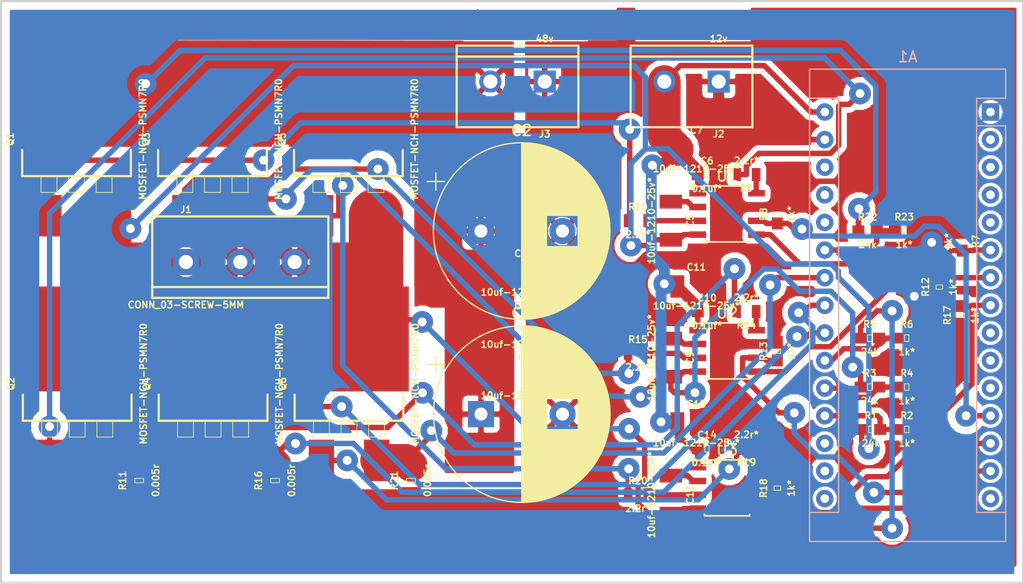
<source format=kicad_pcb>
(kicad_pcb (version 20171130) (host pcbnew 5.1.5+dfsg1-2~bpo9+1)
  (layers (0 F.Cu signal) (31 B.Cu signal hide) (34 B.Paste user) (35 F.Paste user) (36 B.SilkS user) (37 F.SilkS user) (38 B.Mask user) (39 F.Mask user) (44 Edge.Cuts user))
  (net 0 "")
  (net 1 /Sheet5BA83292/PHASE_HI)
  (net 2 /Sheet5BA83292/PHASE_L)
  (net 3 GND)
  (net 4 +12V)
  (net 5 /PHASE_3)
  (net 6 /PHASE_HIGH_IN_3)
  (net 7 /PHASE_LOW_IN_3)
  (net 8 /PHASE_LOW_IN_2)
  (net 9 /PHASE_HIGH_IN_2)
  (net 10 /PHASE_2)
  (net 11 /PHASE_1)
  (net 12 /PHASE_HIGH_IN_1)
  (net 13 /PHASE_LOW_IN_1)
  (net 14 /48V_SENSE)
  (net 15 +48V)
  (net 16 /sheet5BA85AF7/PHASE_L)
  (net 17 /sheet5BA85AF7/PHASE_HI)
  (net 18 /sheet5BA85ABD/PHASE_L)
  (net 19 /sheet5BA85ABD/PHASE_HI)
  (net 20 /CURRENT_1)
  (net 21 /CURRENT_2)
  (net 22 /CURRENT_3)
  (net 23 "Net-(R14-Pad1)")
  (net 24 "Net-(R15-Pad2)")
  (net 25 "Net-(C9-Pad1)")
  (net 26 "Net-(C13-Pad1)")
  (net 27 "Net-(R20-Pad2)")
  (net 28 "Net-(R19-Pad1)")
  (net 29 "Net-(C5-Pad1)")
  (net 30 "Net-(R10-Pad2)")
  (net 31 "Net-(R9-Pad1)")
  (net 32 "Net-(A1-Pad1)")
  (net 33 "Net-(A1-Pad17)")
  (net 34 "Net-(A1-Pad2)")
  (net 35 "Net-(A1-Pad18)")
  (net 36 "Net-(A1-Pad3)")
  (net 37 /PHASE_1_SENSE)
  (net 38 "Net-(A1-Pad4)")
  (net 39 /PHASE_2_SENSE)
  (net 40 "Net-(A1-Pad5)")
  (net 41 /PHASE_3_SENSE)
  (net 42 "Net-(A1-Pad9)")
  (net 43 "Net-(A1-Pad10)")
  (net 44 "Net-(A1-Pad26)")
  (net 45 "Net-(A1-Pad11)")
  (net 46 "Net-(A1-Pad27)")
  (net 47 "Net-(A1-Pad28)")
  (net 48 "Net-(A1-Pad15)")
  (net 49 "Net-(A1-Pad16)")
  (module 0603 (layer F.Cu) (at 112.26 59.24)
    (fp_text reference R1 (at 0 -1.27) (layer F.SilkS) (effects (font (size 0.6096 0.6096) (thickness 0.127))))
    (fp_text value 24k (at 0 1.27) (layer F.SilkS) (effects (font (size 0.6096 0.6096) (thickness 0.127))))
    (pad 1 smd rect (at -0.84836 0) (size 1.09982 0.99822) (layers F.Cu F.Paste F.Mask) (net 11 /PHASE_1))
    (pad 2 smd rect (at 0.84836 0) (size 1.09982 0.99822) (layers F.Cu F.Paste F.Mask) (net 37 /PHASE_1_SENSE))
  )
  (module SCREWTERMINAL-5MM-2 (layer F.Cu) (at 98.26 27.24 180)
    (fp_text reference J2 (at 0 -4.826 180) (layer F.SilkS) (effects (font (size 0.6096 0.6096) (thickness 0.127))))
    (fp_text value 12v (at 0 3.937 180) (layer F.SilkS) (effects (font (size 0.6096 0.6096) (thickness 0.127))))
    (pad 2 thru_hole circle (at 4.99872 0 180) (size 2.032 2.032) (drill 1.29794) (layers *.Mask F.Cu) (net 4 +12V))
    (pad 1 thru_hole rect (at 0 0 180) (size 2.032 2.032) (drill 1.29794) (layers *.Mask F.Cu) (net 3 GND))
  )
  (module 1210 (layer F.Cu) (at 93.86 40.04 270)
    (fp_text reference C5 (at 0 -1.778 270) (layer F.SilkS) (effects (font (size 0.6096 0.6096) (thickness 0.127))))
    (fp_text value 10uf-1210-25v* (at 0 1.778 270) (layer F.SilkS) (effects (font (size 0.6096 0.6096) (thickness 0.127))))
    (pad 1 smd rect (at -1.7526 0 270) (size 1.27 2.05994) (layers F.Cu F.Paste F.Mask) (net 29 "Net-(C5-Pad1)"))
    (pad 2 smd rect (at 1.7526 0 270) (size 1.27 2.05994) (layers F.Cu F.Paste F.Mask) (net 11 /PHASE_1))
  )
  (module 1210 (layer F.Cu) (at 96.21 33.49)
    (fp_text reference C7 (at 0 -1.778) (layer F.SilkS) (effects (font (size 0.6096 0.6096) (thickness 0.127))))
    (fp_text value 10uf-1210-25v* (at 0 1.778) (layer F.SilkS) (effects (font (size 0.6096 0.6096) (thickness 0.127))))
    (pad 2 smd rect (at 1.7526 0) (size 1.27 2.05994) (layers F.Cu F.Paste F.Mask) (net 3 GND))
    (pad 1 smd rect (at -1.7526 0) (size 1.27 2.05994) (layers F.Cu F.Paste F.Mask) (net 4 +12V))
  )
  (module 0603 (layer F.Cu) (at 112.16 50.84)
    (fp_text reference R5 (at 0 -1.27) (layer F.SilkS) (effects (font (size 0.6096 0.6096) (thickness 0.127))))
    (fp_text value 24k (at 0 1.27) (layer F.SilkS) (effects (font (size 0.6096 0.6096) (thickness 0.127))))
    (pad 2 smd rect (at 0.84836 0) (size 1.09982 0.99822) (layers F.Cu F.Paste F.Mask) (net 41 /PHASE_3_SENSE))
    (pad 1 smd rect (at -0.84836 0) (size 1.09982 0.99822) (layers F.Cu F.Paste F.Mask) (net 5 /PHASE_3))
  )
  (module 1210 (layer F.Cu) (at 96.21 58.69)
    (fp_text reference C15 (at 0 -1.778) (layer F.SilkS) (effects (font (size 0.6096 0.6096) (thickness 0.127))))
    (fp_text value 10uf-1210-25v* (at 0 1.778) (layer F.SilkS) (effects (font (size 0.6096 0.6096) (thickness 0.127))))
    (pad 2 smd rect (at 1.7526 0) (size 1.27 2.05994) (layers F.Cu F.Paste F.Mask) (net 3 GND))
    (pad 1 smd rect (at -1.7526 0) (size 1.27 2.05994) (layers F.Cu F.Paste F.Mask) (net 4 +12V))
  )
  (module 0603 (layer F.Cu) (at 97.185 61.015)
    (fp_text reference C14 (at 0 -1.27) (layer F.SilkS) (effects (font (size 0.6096 0.6096) (thickness 0.127))))
    (fp_text value 0.1uf* (at 0 1.27) (layer F.SilkS) (effects (font (size 0.6096 0.6096) (thickness 0.127))))
    (pad 2 smd rect (at 0.84836 0) (size 1.09982 0.99822) (layers F.Cu F.Paste F.Mask) (net 3 GND))
    (pad 1 smd rect (at -0.84836 0) (size 1.09982 0.99822) (layers F.Cu F.Paste F.Mask) (net 4 +12V))
  )
  (module 0805 (layer F.Cu) (at 90.835 65.24)
    (fp_text reference R20 (at 0 -1.27) (layer F.SilkS) (effects (font (size 0.6096 0.6096) (thickness 0.127))))
    (fp_text value 2.2r* (at 0 1.27) (layer F.SilkS) (effects (font (size 0.6096 0.6096) (thickness 0.127))))
    (pad 1 smd rect (at -0.89916 0) (size 0.79756 1.19888) (layers F.Cu F.Paste F.Mask) (net 17 /sheet5BA85AF7/PHASE_HI))
    (pad 2 smd rect (at 0.89916 0) (size 0.79756 1.19888) (layers F.Cu F.Paste F.Mask) (net 27 "Net-(R20-Pad2)"))
  )
  (module 0603 (layer F.Cu) (at 115.56 59.24)
    (fp_text reference R2 (at 0 -1.27) (layer F.SilkS) (effects (font (size 0.6096 0.6096) (thickness 0.127))))
    (fp_text value 1k* (at 0 1.27) (layer F.SilkS) (effects (font (size 0.6096 0.6096) (thickness 0.127))))
    (pad 1 smd rect (at -0.84836 0) (size 1.09982 0.99822) (layers F.Cu F.Paste F.Mask) (net 37 /PHASE_1_SENSE))
    (pad 2 smd rect (at 0.84836 0) (size 1.09982 0.99822) (layers F.Cu F.Paste F.Mask) (net 3 GND))
  )
  (module 0603 (layer F.Cu) (at 115.56 55.34)
    (fp_text reference R4 (at 0 -1.27) (layer F.SilkS) (effects (font (size 0.6096 0.6096) (thickness 0.127))))
    (fp_text value 1k* (at 0 1.27) (layer F.SilkS) (effects (font (size 0.6096 0.6096) (thickness 0.127))))
    (pad 1 smd rect (at -0.84836 0) (size 1.09982 0.99822) (layers F.Cu F.Paste F.Mask) (net 39 /PHASE_2_SENSE))
    (pad 2 smd rect (at 0.84836 0) (size 1.09982 0.99822) (layers F.Cu F.Paste F.Mask) (net 3 GND))
  )
  (module 1210 (layer F.Cu) (at 96.21 46.09)
    (fp_text reference C11 (at 0 -1.778) (layer F.SilkS) (effects (font (size 0.6096 0.6096) (thickness 0.127))))
    (fp_text value 10uf-1210-25v* (at 0 1.778) (layer F.SilkS) (effects (font (size 0.6096 0.6096) (thickness 0.127))))
    (pad 2 smd rect (at 1.7526 0) (size 1.27 2.05994) (layers F.Cu F.Paste F.Mask) (net 3 GND))
    (pad 1 smd rect (at -1.7526 0) (size 1.27 2.05994) (layers F.Cu F.Paste F.Mask) (net 4 +12V))
  )
  (module 0603 (layer F.Cu) (at 118.56 46.14 90)
    (fp_text reference R12 (at 0 -1.27 90) (layer F.SilkS) (effects (font (size 0.6096 0.6096) (thickness 0.127))))
    (fp_text value 1k* (at 0 1.27 90) (layer F.SilkS) (effects (font (size 0.6096 0.6096) (thickness 0.127))))
    (pad 2 smd rect (at 0.84836 0 90) (size 1.09982 0.99822) (layers F.Cu F.Paste F.Mask) (net 9 /PHASE_HIGH_IN_2))
    (pad 1 smd rect (at -0.84836 0 90) (size 1.09982 0.99822) (layers F.Cu F.Paste F.Mask) (net 3 GND))
  )
  (module 0603 (layer F.Cu) (at 112.16 55.34)
    (fp_text reference R3 (at 0 -1.27) (layer F.SilkS) (effects (font (size 0.6096 0.6096) (thickness 0.127))))
    (fp_text value 24k (at 0 1.27) (layer F.SilkS) (effects (font (size 0.6096 0.6096) (thickness 0.127))))
    (pad 2 smd rect (at 0.84836 0) (size 1.09982 0.99822) (layers F.Cu F.Paste F.Mask) (net 39 /PHASE_2_SENSE))
    (pad 1 smd rect (at -0.84836 0) (size 1.09982 0.99822) (layers F.Cu F.Paste F.Mask) (net 10 /PHASE_2))
  )
  (module 0603 (layer F.Cu) (at 103.66 64.64 90)
    (fp_text reference R18 (at 0 -1.27 90) (layer F.SilkS) (effects (font (size 0.6096 0.6096) (thickness 0.127))))
    (fp_text value 1k* (at 0 1.27 90) (layer F.SilkS) (effects (font (size 0.6096 0.6096) (thickness 0.127))))
    (pad 1 smd rect (at -0.84836 0 90) (size 1.09982 0.99822) (layers F.Cu F.Paste F.Mask) (net 7 /PHASE_LOW_IN_3))
    (pad 2 smd rect (at 0.84836 0 90) (size 1.09982 0.99822) (layers F.Cu F.Paste F.Mask) (net 3 GND))
  )
  (module 0805 (layer F.Cu) (at 100.81 48.39 180)
    (fp_text reference R14 (at 0 -1.27 180) (layer F.SilkS) (effects (font (size 0.6096 0.6096) (thickness 0.127))))
    (fp_text value 2.2r* (at 0 1.27 180) (layer F.SilkS) (effects (font (size 0.6096 0.6096) (thickness 0.127))))
    (pad 1 smd rect (at -0.89916 0 180) (size 0.79756 1.19888) (layers F.Cu F.Paste F.Mask) (net 23 "Net-(R14-Pad1)"))
    (pad 2 smd rect (at 0.89916 0 180) (size 0.79756 1.19888) (layers F.Cu F.Paste F.Mask) (net 18 /sheet5BA85ABD/PHASE_L))
  )
  (module Package_SO:SOIC-8_3.9x4.9mm_P1.27mm (layer F.Cu) (at 99.035 52.015)
    (fp_text reference U2 (at 0 -3.5) (layer F.SilkS))
    (fp_text value MIC4604*)
    (pad 8 smd rect (at 2.7 -1.905) (size 1.55 0.6) (layers F.Cu F.Paste F.Mask) (net 23 "Net-(R14-Pad1)"))
    (pad 7 smd rect (at 2.7 -0.635) (size 1.55 0.6) (layers F.Cu F.Paste F.Mask) (net 3 GND))
    (pad 6 smd rect (at 2.7 0.635) (size 1.55 0.6) (layers F.Cu F.Paste F.Mask) (net 8 /PHASE_LOW_IN_2))
    (pad 5 smd rect (at 2.7 1.905) (size 1.55 0.6) (layers F.Cu F.Paste F.Mask) (net 9 /PHASE_HIGH_IN_2))
    (pad 4 smd rect (at -2.7 1.905) (size 1.55 0.6) (layers F.Cu F.Paste F.Mask) (net 10 /PHASE_2))
    (pad 3 smd rect (at -2.7 0.635) (size 1.55 0.6) (layers F.Cu F.Paste F.Mask) (net 24 "Net-(R15-Pad2)"))
    (pad 2 smd rect (at -2.7 -0.635) (size 1.55 0.6) (layers F.Cu F.Paste F.Mask) (net 25 "Net-(C9-Pad1)"))
    (pad 1 smd rect (at -2.7 -1.905) (size 1.55 0.6) (layers F.Cu F.Paste F.Mask) (net 4 +12V))
  )
  (module Package_SO:SOIC-8_3.9x4.9mm_P1.27mm (layer F.Cu) (at 99.035 64.615)
    (fp_text reference U3 (at 0 -3.5) (layer F.SilkS))
    (fp_text value MIC4604*)
    (pad 8 smd rect (at 2.7 -1.905) (size 1.55 0.6) (layers F.Cu F.Paste F.Mask) (net 28 "Net-(R19-Pad1)"))
    (pad 7 smd rect (at 2.7 -0.635) (size 1.55 0.6) (layers F.Cu F.Paste F.Mask) (net 3 GND))
    (pad 6 smd rect (at 2.7 0.635) (size 1.55 0.6) (layers F.Cu F.Paste F.Mask) (net 7 /PHASE_LOW_IN_3))
    (pad 5 smd rect (at 2.7 1.905) (size 1.55 0.6) (layers F.Cu F.Paste F.Mask) (net 6 /PHASE_HIGH_IN_3))
    (pad 4 smd rect (at -2.7 1.905) (size 1.55 0.6) (layers F.Cu F.Paste F.Mask) (net 5 /PHASE_3))
    (pad 3 smd rect (at -2.7 0.635) (size 1.55 0.6) (layers F.Cu F.Paste F.Mask) (net 27 "Net-(R20-Pad2)"))
    (pad 2 smd rect (at -2.7 -0.635) (size 1.55 0.6) (layers F.Cu F.Paste F.Mask) (net 26 "Net-(C13-Pad1)"))
    (pad 1 smd rect (at -2.7 -1.905) (size 1.55 0.6) (layers F.Cu F.Paste F.Mask) (net 4 +12V))
  )
  (module Package_SO:SOIC-8_3.9x4.9mm_P1.27mm (layer F.Cu) (at 99.035 39.415)
    (fp_text reference U1 (at 0 -3.5) (layer F.SilkS))
    (fp_text value MIC4604*)
    (pad 1 smd rect (at -2.7 -1.905) (size 1.55 0.6) (layers F.Cu F.Paste F.Mask) (net 4 +12V))
    (pad 2 smd rect (at -2.7 -0.635) (size 1.55 0.6) (layers F.Cu F.Paste F.Mask) (net 29 "Net-(C5-Pad1)"))
    (pad 3 smd rect (at -2.7 0.635) (size 1.55 0.6) (layers F.Cu F.Paste F.Mask) (net 30 "Net-(R10-Pad2)"))
    (pad 4 smd rect (at -2.7 1.905) (size 1.55 0.6) (layers F.Cu F.Paste F.Mask) (net 11 /PHASE_1))
    (pad 5 smd rect (at 2.7 1.905) (size 1.55 0.6) (layers F.Cu F.Paste F.Mask) (net 12 /PHASE_HIGH_IN_1))
    (pad 6 smd rect (at 2.7 0.635) (size 1.55 0.6) (layers F.Cu F.Paste F.Mask) (net 13 /PHASE_LOW_IN_1))
    (pad 7 smd rect (at 2.7 -0.635) (size 1.55 0.6) (layers F.Cu F.Paste F.Mask) (net 3 GND))
    (pad 8 smd rect (at 2.7 -1.905) (size 1.55 0.6) (layers F.Cu F.Paste F.Mask) (net 31 "Net-(R9-Pad1)"))
  )
  (module Module:Arduino_Nano (layer B.Cu) (at 123.26 30.04 180)
    (fp_text reference A1 (at 7.62 5.08 180) (layer B.SilkS) (effects (justify mirror)))
    (fp_text value Arduino_Nano_v3.x)
    (pad 1 thru_hole rect (at 0 0 180) (size 1.6 1.6) (drill 0.8) (layers *.Mask F.Cu) (net 32 "Net-(A1-Pad1)"))
    (pad 17 thru_hole oval (at 15.24 -33.02 180) (size 1.6 1.6) (drill 0.8) (layers *.Mask F.Cu) (net 33 "Net-(A1-Pad17)"))
    (pad 2 thru_hole oval (at 0 -2.54 180) (size 1.6 1.6) (drill 0.8) (layers *.Mask F.Cu) (net 34 "Net-(A1-Pad2)"))
    (pad 18 thru_hole oval (at 15.24 -30.48 180) (size 1.6 1.6) (drill 0.8) (layers *.Mask F.Cu) (net 35 "Net-(A1-Pad18)"))
    (pad 3 thru_hole oval (at 0 -5.08 180) (size 1.6 1.6) (drill 0.8) (layers *.Mask F.Cu) (net 36 "Net-(A1-Pad3)"))
    (pad 19 thru_hole oval (at 15.24 -27.94 180) (size 1.6 1.6) (drill 0.8) (layers *.Mask F.Cu) (net 37 /PHASE_1_SENSE))
    (pad 4 thru_hole oval (at 0 -7.62 180) (size 1.6 1.6) (drill 0.8) (layers *.Mask F.Cu) (net 38 "Net-(A1-Pad4)"))
    (pad 20 thru_hole oval (at 15.24 -25.4 180) (size 1.6 1.6) (drill 0.8) (layers *.Mask F.Cu) (net 39 /PHASE_2_SENSE))
    (pad 5 thru_hole oval (at 0 -10.16 180) (size 1.6 1.6) (drill 0.8) (layers *.Mask F.Cu) (net 40 "Net-(A1-Pad5)"))
    (pad 21 thru_hole oval (at 15.24 -22.86 180) (size 1.6 1.6) (drill 0.8) (layers *.Mask F.Cu) (net 41 /PHASE_3_SENSE))
    (pad 6 thru_hole oval (at 0 -12.7 180) (size 1.6 1.6) (drill 0.8) (layers *.Mask F.Cu) (net 12 /PHASE_HIGH_IN_1))
    (pad 22 thru_hole oval (at 15.24 -20.32 180) (size 1.6 1.6) (drill 0.8) (layers *.Mask F.Cu) (net 20 /CURRENT_1))
    (pad 7 thru_hole oval (at 0 -15.24 180) (size 1.6 1.6) (drill 0.8) (layers *.Mask F.Cu) (net 9 /PHASE_HIGH_IN_2))
    (pad 23 thru_hole oval (at 15.24 -17.78 180) (size 1.6 1.6) (drill 0.8) (layers *.Mask F.Cu) (net 21 /CURRENT_2))
    (pad 8 thru_hole oval (at 0 -17.78 180) (size 1.6 1.6) (drill 0.8) (layers *.Mask F.Cu) (net 6 /PHASE_HIGH_IN_3))
    (pad 24 thru_hole oval (at 15.24 -15.24 180) (size 1.6 1.6) (drill 0.8) (layers *.Mask F.Cu) (net 22 /CURRENT_3))
    (pad 9 thru_hole oval (at 0 -20.32 180) (size 1.6 1.6) (drill 0.8) (layers *.Mask F.Cu) (net 42 "Net-(A1-Pad9)"))
    (pad 25 thru_hole oval (at 15.24 -12.7 180) (size 1.6 1.6) (drill 0.8) (layers *.Mask F.Cu) (net 14 /48V_SENSE))
    (pad 10 thru_hole oval (at 0 -22.86 180) (size 1.6 1.6) (drill 0.8) (layers *.Mask F.Cu) (net 43 "Net-(A1-Pad10)"))
    (pad 26 thru_hole oval (at 15.24 -10.16 180) (size 1.6 1.6) (drill 0.8) (layers *.Mask F.Cu) (net 44 "Net-(A1-Pad26)"))
    (pad 11 thru_hole oval (at 0 -25.4 180) (size 1.6 1.6) (drill 0.8) (layers *.Mask F.Cu) (net 45 "Net-(A1-Pad11)"))
    (pad 27 thru_hole oval (at 15.24 -7.62 180) (size 1.6 1.6) (drill 0.8) (layers *.Mask F.Cu) (net 46 "Net-(A1-Pad27)"))
    (pad 12 thru_hole oval (at 0 -27.94 180) (size 1.6 1.6) (drill 0.8) (layers *.Mask F.Cu) (net 13 /PHASE_LOW_IN_1))
    (pad 28 thru_hole oval (at 15.24 -5.08 180) (size 1.6 1.6) (drill 0.8) (layers *.Mask F.Cu) (net 47 "Net-(A1-Pad28)"))
    (pad 13 thru_hole oval (at 0 -30.48 180) (size 1.6 1.6) (drill 0.8) (layers *.Mask F.Cu) (net 8 /PHASE_LOW_IN_2))
    (pad 29 thru_hole oval (at 15.24 -2.54 180) (size 1.6 1.6) (drill 0.8) (layers *.Mask F.Cu) (net 3 GND))
    (pad 14 thru_hole oval (at 0 -33.02 180) (size 1.6 1.6) (drill 0.8) (layers *.Mask F.Cu) (net 7 /PHASE_LOW_IN_3))
    (pad 30 thru_hole oval (at 15.24 0 180) (size 1.6 1.6) (drill 0.8) (layers *.Mask F.Cu) (net 4 +12V))
    (pad 15 thru_hole oval (at 0 -35.56 180) (size 1.6 1.6) (drill 0.8) (layers *.Mask F.Cu) (net 48 "Net-(A1-Pad15)"))
    (pad 16 thru_hole oval (at 15.24 -35.56 180) (size 1.6 1.6) (drill 0.8) (layers *.Mask F.Cu) (net 49 "Net-(A1-Pad16)"))
  )
  (module 1210 (layer F.Cu) (at 93.86 65.24 270)
    (fp_text reference C13 (at 0 -1.778 270) (layer F.SilkS) (effects (font (size 0.6096 0.6096) (thickness 0.127))))
    (fp_text value 10uf-1210-25v* (at 0 1.778 270) (layer F.SilkS) (effects (font (size 0.6096 0.6096) (thickness 0.127))))
    (pad 2 smd rect (at 1.7526 0 270) (size 1.27 2.05994) (layers F.Cu F.Paste F.Mask) (net 5 /PHASE_3))
    (pad 1 smd rect (at -1.7526 0 270) (size 1.27 2.05994) (layers F.Cu F.Paste F.Mask) (net 26 "Net-(C13-Pad1)"))
  )
  (module 1210 (layer F.Cu) (at 93.86 52.64 270)
    (fp_text reference C9 (at 0 -1.778 270) (layer F.SilkS) (effects (font (size 0.6096 0.6096) (thickness 0.127))))
    (fp_text value 10uf-1210-25v* (at 0 1.778 270) (layer F.SilkS) (effects (font (size 0.6096 0.6096) (thickness 0.127))))
    (pad 1 smd rect (at -1.7526 0 270) (size 1.27 2.05994) (layers F.Cu F.Paste F.Mask) (net 25 "Net-(C9-Pad1)"))
    (pad 2 smd rect (at 1.7526 0 270) (size 1.27 2.05994) (layers F.Cu F.Paste F.Mask) (net 10 /PHASE_2))
  )
  (module 0805 (layer F.Cu) (at 100.81 60.99 180)
    (fp_text reference R19 (at 0 -1.27 180) (layer F.SilkS) (effects (font (size 0.6096 0.6096) (thickness 0.127))))
    (fp_text value 2.2r* (at 0 1.27 180) (layer F.SilkS) (effects (font (size 0.6096 0.6096) (thickness 0.127))))
    (pad 2 smd rect (at 0.89916 0 180) (size 0.79756 1.19888) (layers F.Cu F.Paste F.Mask) (net 16 /sheet5BA85AF7/PHASE_L))
    (pad 1 smd rect (at -0.89916 0 180) (size 0.79756 1.19888) (layers F.Cu F.Paste F.Mask) (net 28 "Net-(R19-Pad1)"))
  )
  (module 0805 (layer F.Cu) (at 90.835 40.04)
    (fp_text reference R10 (at 0 -1.27) (layer F.SilkS) (effects (font (size 0.6096 0.6096) (thickness 0.127))))
    (fp_text value 2.2r* (at 0 1.27) (layer F.SilkS) (effects (font (size 0.6096 0.6096) (thickness 0.127))))
    (pad 2 smd rect (at 0.89916 0) (size 0.79756 1.19888) (layers F.Cu F.Paste F.Mask) (net 30 "Net-(R10-Pad2)"))
    (pad 1 smd rect (at -0.89916 0) (size 0.79756 1.19888) (layers F.Cu F.Paste F.Mask) (net 1 /Sheet5BA83292/PHASE_HI))
  )
  (module 0805 (layer F.Cu) (at 100.81 35.79 180)
    (fp_text reference R9 (at 0 -1.27 180) (layer F.SilkS) (effects (font (size 0.6096 0.6096) (thickness 0.127))))
    (fp_text value 2.2r* (at 0 1.27 180) (layer F.SilkS) (effects (font (size 0.6096 0.6096) (thickness 0.127))))
    (pad 1 smd rect (at -0.89916 0 180) (size 0.79756 1.19888) (layers F.Cu F.Paste F.Mask) (net 31 "Net-(R9-Pad1)"))
    (pad 2 smd rect (at 0.89916 0 180) (size 0.79756 1.19888) (layers F.Cu F.Paste F.Mask) (net 2 /Sheet5BA83292/PHASE_L))
  )
  (module 0805 (layer F.Cu) (at 90.835 52.24)
    (fp_text reference R15 (at 0 -1.27) (layer F.SilkS) (effects (font (size 0.6096 0.6096) (thickness 0.127))))
    (fp_text value 2.2r* (at 0 1.27) (layer F.SilkS) (effects (font (size 0.6096 0.6096) (thickness 0.127))))
    (pad 2 smd rect (at 0.89916 0) (size 0.79756 1.19888) (layers F.Cu F.Paste F.Mask) (net 24 "Net-(R15-Pad2)"))
    (pad 1 smd rect (at -0.89916 0) (size 0.79756 1.19888) (layers F.Cu F.Paste F.Mask) (net 19 /sheet5BA85ABD/PHASE_HI))
  )
  (module 0603 (layer F.Cu) (at 97.185 35.815)
    (fp_text reference C6 (at 0 -1.27) (layer F.SilkS) (effects (font (size 0.6096 0.6096) (thickness 0.127))))
    (fp_text value 0.1uf* (at 0 1.27) (layer F.SilkS) (effects (font (size 0.6096 0.6096) (thickness 0.127))))
    (pad 1 smd rect (at -0.84836 0) (size 1.09982 0.99822) (layers F.Cu F.Paste F.Mask) (net 4 +12V))
    (pad 2 smd rect (at 0.84836 0) (size 1.09982 0.99822) (layers F.Cu F.Paste F.Mask) (net 3 GND))
  )
  (module 0603 (layer F.Cu) (at 97.185 48.415)
    (fp_text reference C10 (at 0 -1.27) (layer F.SilkS) (effects (font (size 0.6096 0.6096) (thickness 0.127))))
    (fp_text value 0.1uf* (at 0 1.27) (layer F.SilkS) (effects (font (size 0.6096 0.6096) (thickness 0.127))))
    (pad 2 smd rect (at 0.84836 0) (size 1.09982 0.99822) (layers F.Cu F.Paste F.Mask) (net 3 GND))
    (pad 1 smd rect (at -0.84836 0) (size 1.09982 0.99822) (layers F.Cu F.Paste F.Mask) (net 4 +12V))
  )
  (module 0603 (layer F.Cu) (at 115.56 50.84)
    (fp_text reference R6 (at 0 -1.27) (layer F.SilkS) (effects (font (size 0.6096 0.6096) (thickness 0.127))))
    (fp_text value 1k* (at 0 1.27) (layer F.SilkS) (effects (font (size 0.6096 0.6096) (thickness 0.127))))
    (pad 1 smd rect (at -0.84836 0) (size 1.09982 0.99822) (layers F.Cu F.Paste F.Mask) (net 41 /PHASE_3_SENSE))
    (pad 2 smd rect (at 0.84836 0) (size 1.09982 0.99822) (layers F.Cu F.Paste F.Mask) (net 3 GND))
  )
  (module 0603 (layer F.Cu) (at 120.66 41.94 270)
    (fp_text reference R7 (at 0 -1.27 270) (layer F.SilkS) (effects (font (size 0.6096 0.6096) (thickness 0.127))))
    (fp_text value 1k* (at 0 1.27 270) (layer F.SilkS) (effects (font (size 0.6096 0.6096) (thickness 0.127))))
    (pad 2 smd rect (at 0.84836 0 270) (size 1.09982 0.99822) (layers F.Cu F.Paste F.Mask) (net 12 /PHASE_HIGH_IN_1))
    (pad 1 smd rect (at -0.84836 0 270) (size 1.09982 0.99822) (layers F.Cu F.Paste F.Mask) (net 3 GND))
  )
  (module 0603 (layer F.Cu) (at 103.66 39.44 90)
    (fp_text reference R8 (at 0 -1.27 90) (layer F.SilkS) (effects (font (size 0.6096 0.6096) (thickness 0.127))))
    (fp_text value 1k* (at 0 1.27 90) (layer F.SilkS) (effects (font (size 0.6096 0.6096) (thickness 0.127))))
    (pad 1 smd rect (at -0.84836 0 90) (size 1.09982 0.99822) (layers F.Cu F.Paste F.Mask) (net 13 /PHASE_LOW_IN_1))
    (pad 2 smd rect (at 0.84836 0 90) (size 1.09982 0.99822) (layers F.Cu F.Paste F.Mask) (net 3 GND))
  )
  (module 0603 (layer F.Cu) (at 103.66 52.04 90)
    (fp_text reference R13 (at 0 -1.27 90) (layer F.SilkS) (effects (font (size 0.6096 0.6096) (thickness 0.127))))
    (fp_text value 1k* (at 0 1.27 90) (layer F.SilkS) (effects (font (size 0.6096 0.6096) (thickness 0.127))))
    (pad 2 smd rect (at 0.84836 0 90) (size 1.09982 0.99822) (layers F.Cu F.Paste F.Mask) (net 3 GND))
    (pad 1 smd rect (at -0.84836 0 90) (size 1.09982 0.99822) (layers F.Cu F.Paste F.Mask) (net 8 /PHASE_LOW_IN_2))
  )
  (module 0603 (layer F.Cu) (at 120.56 48.74 90)
    (fp_text reference R17 (at 0 -1.27 90) (layer F.SilkS) (effects (font (size 0.6096 0.6096) (thickness 0.127))))
    (fp_text value 1k* (at 0 1.27 90) (layer F.SilkS) (effects (font (size 0.6096 0.6096) (thickness 0.127))))
    (pad 1 smd rect (at -0.84836 0 90) (size 1.09982 0.99822) (layers F.Cu F.Paste F.Mask) (net 3 GND))
    (pad 2 smd rect (at 0.84836 0 90) (size 1.09982 0.99822) (layers F.Cu F.Paste F.Mask) (net 6 /PHASE_HIGH_IN_3))
  )
  (module 0603 (layer F.Cu) (at 111.96 40.9639)
    (fp_text reference R22 (at 0 -1.27) (layer F.SilkS) (effects (font (size 0.6096 0.6096) (thickness 0.127))))
    (fp_text value 24k (at 0 1.27) (layer F.SilkS) (effects (font (size 0.6096 0.6096) (thickness 0.127))))
    (pad 1 smd rect (at -0.84836 0) (size 1.09982 0.99822) (layers F.Cu F.Paste F.Mask) (net 15 +48V))
    (pad 2 smd rect (at 0.84836 0) (size 1.09982 0.99822) (layers F.Cu F.Paste F.Mask) (net 14 /48V_SENSE))
  )
  (module 0603 (layer F.Cu) (at 115.323 40.9639)
    (fp_text reference R23 (at 0 -1.27) (layer F.SilkS) (effects (font (size 0.6096 0.6096) (thickness 0.127))))
    (fp_text value 1k* (at 0 1.27) (layer F.SilkS) (effects (font (size 0.6096 0.6096) (thickness 0.127))))
    (pad 2 smd rect (at 0.84836 0) (size 1.09982 0.99822) (layers F.Cu F.Paste F.Mask) (net 3 GND))
    (pad 1 smd rect (at -0.84836 0) (size 1.09982 0.99822) (layers F.Cu F.Paste F.Mask) (net 14 /48V_SENSE))
  )
  (module SCREWTERMINAL-5MM-3 (layer F.Cu) (at 49.26 43.84)
    (fp_text reference J1 (at 0 -4.826) (layer F.SilkS) (effects (font (size 0.6096 0.6096) (thickness 0.127))))
    (fp_text value CONN_03-SCREW-5MM (at 0 3.937) (layer F.SilkS) (effects (font (size 0.6096 0.6096) (thickness 0.127))))
    (pad 1 thru_hole rect (at 0 0) (size 2.413 2.413) (drill 1.29794) (layers *.Mask F.Cu) (net 11 /PHASE_1))
    (pad 2 thru_hole circle (at 4.99872 0) (size 2.413 2.413) (drill 1.29794) (layers *.Mask F.Cu) (net 10 /PHASE_2))
    (pad 3 thru_hole circle (at 9.99998 0) (size 2.413 2.413) (drill 1.29794) (layers *.Mask F.Cu) (net 5 /PHASE_3))
  )
  (module 1206 (layer F.Cu) (at 44.96 63.94 90)
    (fp_text reference R11 (at 0 -1.524 90) (layer F.SilkS) (effects (font (size 0.6096 0.6096) (thickness 0.127))))
    (fp_text value 0.005r (at 0 1.524 90) (layer F.SilkS) (effects (font (size 0.6096 0.6096) (thickness 0.127))))
    (pad 1 smd rect (at -1.39954 0 90) (size 1.59766 1.79832) (layers F.Cu F.Paste F.Mask) (net 3 GND))
    (pad 2 smd rect (at 1.39954 0 90) (size 1.59766 1.79832) (layers F.Cu F.Paste F.Mask) (net 20 /CURRENT_1))
  )
  (module 1206 (layer F.Cu) (at 69.96 63.94 90)
    (fp_text reference R21 (at 0 -1.524 90) (layer F.SilkS) (effects (font (size 0.6096 0.6096) (thickness 0.127))))
    (fp_text value 0.005r (at 0 1.524 90) (layer F.SilkS) (effects (font (size 0.6096 0.6096) (thickness 0.127))))
    (pad 2 smd rect (at 1.39954 0 90) (size 1.59766 1.79832) (layers F.Cu F.Paste F.Mask) (net 22 /CURRENT_3))
    (pad 1 smd rect (at -1.39954 0 90) (size 1.59766 1.79832) (layers F.Cu F.Paste F.Mask) (net 3 GND))
  )
  (module 1206 (layer F.Cu) (at 57.46 63.94 90)
    (fp_text reference R16 (at 0 -1.524 90) (layer F.SilkS) (effects (font (size 0.6096 0.6096) (thickness 0.127))))
    (fp_text value 0.005r (at 0 1.524 90) (layer F.SilkS) (effects (font (size 0.6096 0.6096) (thickness 0.127))))
    (pad 1 smd rect (at -1.39954 0 90) (size 1.59766 1.79832) (layers F.Cu F.Paste F.Mask) (net 3 GND))
    (pad 2 smd rect (at 1.39954 0 90) (size 1.59766 1.79832) (layers F.Cu F.Paste F.Mask) (net 21 /CURRENT_2))
  )
  (module 1210 (layer F.Cu) (at 80.36 54.34)
    (fp_text reference C8 (at 0 -1.778) (layer F.SilkS) (effects (font (size 0.6096 0.6096) (thickness 0.127))))
    (fp_text value 10uf-1210-25v* (at 0 1.778) (layer F.SilkS) (effects (font (size 0.6096 0.6096) (thickness 0.127))))
    (pad 2 smd rect (at 1.7526 0) (size 1.27 2.05994) (layers F.Cu F.Paste F.Mask) (net 3 GND))
    (pad 1 smd rect (at -1.7526 0) (size 1.27 2.05994) (layers F.Cu F.Paste F.Mask) (net 15 +48V))
  )
  (module TO-263_D2PAK (layer F.Cu) (at 39.2 32.54)
    (fp_text reference Q1 (at -6.096 0 90) (layer F.SilkS) (effects (font (size 0.6096 0.6096) (thickness 0.127))))
    (fp_text value MOSFET-NCH-PSMN7R0 (at 6.096 0 90) (layer F.SilkS) (effects (font (size 0.6096 0.6096) (thickness 0.127))))
    (pad 1 smd rect (at -2.54 7.04342) (size 2.31902 3.81) (layers F.Cu F.Paste F.Mask) (net 1 /Sheet5BA83292/PHASE_HI))
    (pad 2 smd rect (at 0 -4.12496) (size 10.9982 9.64946) (layers F.Cu F.Paste F.Mask) (net 15 +48V))
    (pad 3 smd rect (at 2.54 7.04342) (size 2.31902 3.81) (layers F.Cu F.Paste F.Mask) (net 11 /PHASE_1))
  )
  (module 1210 (layer F.Cu) (at 80.36 44.84)
    (fp_text reference C16 (at 0 -1.778) (layer F.SilkS) (effects (font (size 0.6096 0.6096) (thickness 0.127))))
    (fp_text value 10uf-1210-25v* (at 0 1.778) (layer F.SilkS) (effects (font (size 0.6096 0.6096) (thickness 0.127))))
    (pad 2 smd rect (at 1.7526 0) (size 1.27 2.05994) (layers F.Cu F.Paste F.Mask) (net 3 GND))
    (pad 1 smd rect (at -1.7526 0) (size 1.27 2.05994) (layers F.Cu F.Paste F.Mask) (net 15 +48V))
  )
  (module 1210 (layer F.Cu) (at 80.36 49.64)
    (fp_text reference C12 (at 0 -1.778) (layer F.SilkS) (effects (font (size 0.6096 0.6096) (thickness 0.127))))
    (fp_text value 10uf-1210-25v* (at 0 1.778) (layer F.SilkS) (effects (font (size 0.6096 0.6096) (thickness 0.127))))
    (pad 2 smd rect (at 1.7526 0) (size 1.27 2.05994) (layers F.Cu F.Paste F.Mask) (net 3 GND))
    (pad 1 smd rect (at -1.7526 0) (size 1.27 2.05994) (layers F.Cu F.Paste F.Mask) (net 15 +48V))
  )
  (module SCREWTERMINAL-5MM-2 (layer F.Cu) (at 82.259 27.24 180)
    (fp_text reference J3 (at 0 -4.826 180) (layer F.SilkS) (effects (font (size 0.6096 0.6096) (thickness 0.127))))
    (fp_text value 48v (at 0 3.937 180) (layer F.SilkS) (effects (font (size 0.6096 0.6096) (thickness 0.127))))
    (pad 1 thru_hole rect (at 0 0 180) (size 2.032 2.032) (drill 1.29794) (layers *.Mask F.Cu) (net 3 GND))
    (pad 2 thru_hole circle (at 4.99872 0 180) (size 2.032 2.032) (drill 1.29794) (layers *.Mask F.Cu) (net 15 +48V))
  )
  (module TO-263_D2PAK (layer F.Cu) (at 64.26 55.04)
    (fp_text reference Q6 (at -6.096 0 90) (layer F.SilkS) (effects (font (size 0.6096 0.6096) (thickness 0.127))))
    (fp_text value MOSFET-NCH-PSMN7R0 (at 6.096 0 90) (layer F.SilkS) (effects (font (size 0.6096 0.6096) (thickness 0.127))))
    (pad 1 smd rect (at -2.54 7.04342) (size 2.31902 3.81) (layers F.Cu F.Paste F.Mask) (net 16 /sheet5BA85AF7/PHASE_L))
    (pad 2 smd rect (at 0 -4.12496) (size 10.9982 9.64946) (layers F.Cu F.Paste F.Mask) (net 5 /PHASE_3))
    (pad 3 smd rect (at 2.54 7.04342) (size 2.31902 3.81) (layers F.Cu F.Paste F.Mask) (net 22 /CURRENT_3))
  )
  (module TO-263_D2PAK (layer F.Cu) (at 64.2 32.54)
    (fp_text reference Q5 (at -6.096 0 90) (layer F.SilkS) (effects (font (size 0.6096 0.6096) (thickness 0.127))))
    (fp_text value MOSFET-NCH-PSMN7R0 (at 6.096 0 90) (layer F.SilkS) (effects (font (size 0.6096 0.6096) (thickness 0.127))))
    (pad 3 smd rect (at 2.54 7.04342) (size 2.31902 3.81) (layers F.Cu F.Paste F.Mask) (net 5 /PHASE_3))
    (pad 2 smd rect (at 0 -4.12496) (size 10.9982 9.64946) (layers F.Cu F.Paste F.Mask) (net 15 +48V))
    (pad 1 smd rect (at -2.54 7.04342) (size 2.31902 3.81) (layers F.Cu F.Paste F.Mask) (net 17 /sheet5BA85AF7/PHASE_HI))
  )
  (module TO-263_D2PAK (layer F.Cu) (at 51.76 55.04)
    (fp_text reference Q4 (at -6.096 0 90) (layer F.SilkS) (effects (font (size 0.6096 0.6096) (thickness 0.127))))
    (fp_text value MOSFET-NCH-PSMN7R0 (at 6.096 0 90) (layer F.SilkS) (effects (font (size 0.6096 0.6096) (thickness 0.127))))
    (pad 1 smd rect (at -2.54 7.04342) (size 2.31902 3.81) (layers F.Cu F.Paste F.Mask) (net 18 /sheet5BA85ABD/PHASE_L))
    (pad 2 smd rect (at 0 -4.12496) (size 10.9982 9.64946) (layers F.Cu F.Paste F.Mask) (net 10 /PHASE_2))
    (pad 3 smd rect (at 2.54 7.04342) (size 2.31902 3.81) (layers F.Cu F.Paste F.Mask) (net 21 /CURRENT_2))
  )
  (module TO-263_D2PAK (layer F.Cu) (at 39.26 55.04)
    (fp_text reference Q2 (at -6.096 0 90) (layer F.SilkS) (effects (font (size 0.6096 0.6096) (thickness 0.127))))
    (fp_text value MOSFET-NCH-PSMN7R0 (at 6.096 0 90) (layer F.SilkS) (effects (font (size 0.6096 0.6096) (thickness 0.127))))
    (pad 3 smd rect (at 2.54 7.04342) (size 2.31902 3.81) (layers F.Cu F.Paste F.Mask) (net 20 /CURRENT_1))
    (pad 2 smd rect (at 0 -4.12496) (size 10.9982 9.64946) (layers F.Cu F.Paste F.Mask) (net 11 /PHASE_1))
    (pad 1 smd rect (at -2.54 7.04342) (size 2.31902 3.81) (layers F.Cu F.Paste F.Mask) (net 2 /Sheet5BA83292/PHASE_L))
  )
  (module TO-263_D2PAK (layer F.Cu) (at 51.7 32.54)
    (fp_text reference Q3 (at -6.096 0 90) (layer F.SilkS) (effects (font (size 0.6096 0.6096) (thickness 0.127))))
    (fp_text value MOSFET-NCH-PSMN7R0 (at 6.096 0 90) (layer F.SilkS) (effects (font (size 0.6096 0.6096) (thickness 0.127))))
    (pad 1 smd rect (at -2.54 7.04342) (size 2.31902 3.81) (layers F.Cu F.Paste F.Mask) (net 19 /sheet5BA85ABD/PHASE_HI))
    (pad 2 smd rect (at 0 -4.12496) (size 10.9982 9.64946) (layers F.Cu F.Paste F.Mask) (net 15 +48V))
    (pad 3 smd rect (at 2.54 7.04342) (size 2.31902 3.81) (layers F.Cu F.Paste F.Mask) (net 10 /PHASE_2))
  )
  (module Capacitor_THT:CP_Radial_D16.0mm_P7.50mm (layer F.Cu) (at 76.4 57.83)
    (fp_text reference C1 (at 3.75 -9.25) (layer F.SilkS))
    (fp_text value CP)
    (pad 2 thru_hole circle (at 7.5 0) (size 2.4 2.4) (drill 1.2) (layers *.Mask F.Cu) (net 3 GND))
    (pad 1 thru_hole rect (at 0 0) (size 2.4 2.4) (drill 1.2) (layers *.Mask F.Cu) (net 15 +48V))
  )
  (module Capacitor_THT:CP_Radial_D16.0mm_P7.50mm (layer F.Cu) (at 76.39 40.99)
    (fp_text reference C2 (at 3.75 -9.25) (layer F.SilkS))
    (fp_text value CP)
    (pad 1 thru_hole rect (at 0 0) (size 2.4 2.4) (drill 1.2) (layers *.Mask F.Cu) (net 15 +48V))
    (pad 2 thru_hole circle (at 7.5 0) (size 2.4 2.4) (drill 1.2) (layers *.Mask F.Cu) (net 3 GND))
  )
  (gr_line (start 32.26 19.84) (end 32.26 73.34) (layer Edge.Cuts) (width 0.2))
  (gr_line (start 126.26 19.84) (end 32.26 19.84) (layer Edge.Cuts) (width 0.2))
  (gr_line (start 126.26 73.34) (end 126.26 19.84) (layer Edge.Cuts) (width 0.2))
  (gr_line (start 32.26 73.34) (end 126.26 73.34) (layer Edge.Cuts) (width 0.2))
  (gr_text "48v\n" (at 77.46 21.64) (layer F.Cu) (effects (font (size 1.5 1.5) (thickness 0.3))))
  (gr_text GND (at 83.26 21.64) (layer F.Cu) (effects (font (size 1.5 1.5) (thickness 0.3))))
  (gr_text GND (at 98.26 21.64) (layer F.Cu) (effects (font (size 1.5 1.5) (thickness 0.3))))
  (gr_text "12v\n" (at 93.26 21.64) (layer F.Cu) (effects (font (size 1.5 1.5) (thickness 0.3))))
  (segment (start 36.66 37.1784) (end 39.3646 34.4738) (width 0.5) (layer F.Cu) (net 1))
  (segment (start 39.3646 34.4738) (end 56.3988 34.4738) (width 0.5) (layer F.Cu) (net 1))
  (segment (start 36.66 39.5834) (end 36.66 37.1784) (width 0.5) (layer F.Cu) (net 1))
  (via (at 56.3988 34.4738) (size 2) (drill 0.81) (layers F.Cu B.Cu) (net 1))
  (via (at 90.0757 31.64) (size 2) (drill 0.81) (layers F.Cu B.Cu) (net 1))
  (segment (start 89.4757 31.04) (end 90.0757 31.64) (width 0.5) (layer B.Cu) (net 1))
  (segment (start 59.8326 31.04) (end 89.4757 31.04) (width 0.5) (layer B.Cu) (net 1))
  (segment (start 56.3988 34.4738) (end 59.8326 31.04) (width 0.5) (layer B.Cu) (net 1))
  (segment (start 90.0757 39.90014) (end 89.93584 40.04) (width 0.5) (layer F.Cu) (net 1))
  (segment (start 90.0757 31.64) (end 90.0757 39.90014) (width 0.5) (layer F.Cu) (net 1))
  (segment (start 100.8096 35.79) (end 100.8096 35.0035) (width 0.5) (layer F.Cu) (net 2))
  (segment (start 100.8096 35.0035) (end 101.9631 33.85) (width 0.5) (layer F.Cu) (net 2))
  (segment (start 101.9631 33.85) (end 108.539 33.85) (width 0.5) (layer F.Cu) (net 2))
  (segment (start 108.539 33.85) (end 109.2938 33.0952) (width 0.5) (layer F.Cu) (net 2))
  (segment (start 109.2938 33.0952) (end 109.2938 29.5112) (width 0.5) (layer F.Cu) (net 2))
  (segment (start 99.9108 35.79) (end 100.8096 35.79) (width 0.5) (layer F.Cu) (net 2))
  (segment (start 36.72 58.9773) (end 36.72 62.0834) (width 0.5) (layer F.Cu) (net 2))
  (via (at 36.72 58.9773) (size 2) (drill 0.81) (layers F.Cu B.Cu) (net 2))
  (segment (start 36.72 58.9773) (end 36.72 39.38) (width 0.5) (layer B.Cu) (net 2))
  (segment (start 51.026011 25.073989) (end 107.993989 25.073989) (width 0.5) (layer B.Cu) (net 2))
  (segment (start 36.72 39.38) (end 51.026011 25.073989) (width 0.5) (layer B.Cu) (net 2))
  (via (at 111.26 28.34) (size 2) (drill 0.81) (layers F.Cu B.Cu) (net 2))
  (segment (start 107.993989 25.073989) (end 111.26 28.34) (width 0.5) (layer B.Cu) (net 2))
  (segment (start 109.465001 29.339999) (end 109.2938 29.5112) (width 0.5) (layer F.Cu) (net 2))
  (segment (start 110.260001 29.339999) (end 109.465001 29.339999) (width 0.5) (layer F.Cu) (net 2))
  (segment (start 111.26 28.34) (end 110.260001 29.339999) (width 0.5) (layer F.Cu) (net 2))
  (segment (start 101.735 51.38) (end 100.46 51.38) (width 0.5) (layer F.Cu) (net 3))
  (segment (start 97.963 51.8063) (end 100.0337 51.8063) (width 0.5) (layer F.Cu) (net 3))
  (segment (start 100.0337 51.8063) (end 100.46 51.38) (width 0.5) (layer F.Cu) (net 3))
  (segment (start 97.963 51.8063) (end 97.963 48.4858) (width 1) (layer F.Cu) (net 3))
  (segment (start 97.963 48.4858) (end 98.033 48.415) (width 1) (layer F.Cu) (net 3))
  (segment (start 97.963 56.9569) (end 97.963 51.8063) (width 1) (layer F.Cu) (net 3))
  (segment (start 116.4084 59.24) (end 116.4084 55.34) (width 0.5) (layer F.Cu) (net 3))
  (segment (start 98.0334 59.9106) (end 98.0334 61.015) (width 0.5) (layer F.Cu) (net 3))
  (segment (start 97.963 56.9569) (end 98.0334 57.0273) (width 0.5) (layer F.Cu) (net 3))
  (segment (start 98.0334 57.0273) (end 98.0334 59.9106) (width 0.5) (layer F.Cu) (net 3))
  (segment (start 98.0334 59.9106) (end 102.3342 59.9106) (width 0.5) (layer F.Cu) (net 3))
  (segment (start 102.3342 59.9106) (end 103.66 61.2364) (width 0.5) (layer F.Cu) (net 3))
  (segment (start 103.66 61.2364) (end 103.66 63.7916) (width 0.5) (layer F.Cu) (net 3))
  (segment (start 116.4084 55.34) (end 116.4084 50.84) (width 0.5) (layer F.Cu) (net 3))
  (segment (start 117.8523 41.0916) (end 117.8523 42.0343) (width 0.5) (layer F.Cu) (net 3))
  (segment (start 119.6609 41.0916) (end 117.8523 41.0916) (width 0.5) (layer F.Cu) (net 3))
  (segment (start 116.2485 46.9884) (end 116.2485 43.6381) (width 0.5) (layer B.Cu) (net 3))
  (segment (start 116.2485 43.6381) (end 117.8523 42.0343) (width 0.5) (layer B.Cu) (net 3))
  (segment (start 116.2485 46.9884) (end 118.56 46.9884) (width 0.5) (layer F.Cu) (net 3))
  (segment (start 97.963 38.78) (end 97.963 35.8858) (width 1) (layer F.Cu) (net 3))
  (segment (start 97.963 35.8858) (end 98.033 35.815) (width 1) (layer F.Cu) (net 3))
  (segment (start 97.963 38.78) (end 101.735 38.78) (width 0.5) (layer F.Cu) (net 3))
  (segment (start 116.4084 50.84) (end 116.4084 49.8409) (width 0.5) (layer F.Cu) (net 3))
  (segment (start 116.4084 49.8409) (end 119.3084 49.8409) (width 0.5) (layer F.Cu) (net 3))
  (segment (start 119.3084 49.8409) (end 119.5609 49.5884) (width 0.5) (layer F.Cu) (net 3))
  (segment (start 97.963 34.2902) (end 97.9626 34.2898) (width 0.5) (layer F.Cu) (net 3))
  (segment (start 97.9626 34.2898) (end 97.9626 33.49) (width 0.5) (layer F.Cu) (net 3))
  (segment (start 97.963 34.2902) (end 97.963 33.49) (width 1) (layer F.Cu) (net 3))
  (segment (start 97.963 33.49) (end 98.26 33.1926) (width 1) (layer F.Cu) (net 3))
  (segment (start 98.26 33.1926) (end 98.26 32.0663) (width 1) (layer F.Cu) (net 3))
  (segment (start 98.033 35.815) (end 97.963 35.7442) (width 1) (layer F.Cu) (net 3))
  (segment (start 97.963 35.7442) (end 97.963 34.2902) (width 1) (layer F.Cu) (net 3))
  (segment (start 97.963 57.8234) (end 97.9626 57.8238) (width 0.5) (layer F.Cu) (net 3))
  (segment (start 97.9626 57.8238) (end 97.9626 58.69) (width 0.5) (layer F.Cu) (net 3))
  (segment (start 97.963 57.8234) (end 97.963 56.9569) (width 1) (layer F.Cu) (net 3))
  (segment (start 97.963 58.69) (end 97.963 57.8234) (width 1) (layer F.Cu) (net 3))
  (segment (start 97.963 46.09) (end 97.9626 46.09) (width 0.5) (layer F.Cu) (net 3))
  (segment (start 97.963 46.09) (end 97.963 48.345) (width 0.5) (layer F.Cu) (net 3))
  (segment (start 97.963 48.345) (end 98.033 48.415) (width 0.5) (layer F.Cu) (net 3))
  (segment (start 118.56 46.9884) (end 119.5591 46.9884) (width 0.5) (layer F.Cu) (net 3))
  (segment (start 120.56 49.5884) (end 119.5609 49.5884) (width 0.5) (layer F.Cu) (net 3))
  (segment (start 119.5609 49.5884) (end 119.5609 46.9902) (width 0.5) (layer F.Cu) (net 3))
  (segment (start 119.5609 46.9902) (end 119.5591 46.9884) (width 0.5) (layer F.Cu) (net 3))
  (segment (start 120.66 41.0916) (end 119.6609 41.0916) (width 0.5) (layer F.Cu) (net 3))
  (segment (start 103.66 51.1916) (end 102.6609 51.1916) (width 0.5) (layer F.Cu) (net 3))
  (segment (start 102.6609 51.1916) (end 102.4725 51.38) (width 0.5) (layer F.Cu) (net 3))
  (segment (start 102.4725 51.38) (end 101.735 51.38) (width 0.5) (layer F.Cu) (net 3))
  (segment (start 103.66 63.7916) (end 102.6609 63.7916) (width 0.5) (layer F.Cu) (net 3))
  (segment (start 102.6609 63.7916) (end 102.4725 63.98) (width 0.5) (layer F.Cu) (net 3))
  (segment (start 102.4725 63.98) (end 101.735 63.98) (width 0.5) (layer F.Cu) (net 3))
  (segment (start 108.02 32.58) (end 106.72 32.58) (width 0.5) (layer F.Cu) (net 3))
  (segment (start 98.26 32.0663) (end 106.2063 32.0663) (width 0.5) (layer F.Cu) (net 3))
  (segment (start 106.2063 32.0663) (end 106.72 32.58) (width 0.5) (layer F.Cu) (net 3))
  (segment (start 98.26 32.0663) (end 98.26 27.24) (width 1) (layer F.Cu) (net 3))
  (segment (start 98.0334 35.815) (end 98.033 35.815) (width 0.5) (layer F.Cu) (net 3))
  (segment (start 98.0334 48.415) (end 98.033 48.415) (width 0.5) (layer F.Cu) (net 3))
  (via (at 116.2485 46.9884) (size 2) (drill 0.81) (layers F.Cu B.Cu) (net 3))
  (via (at 117.8523 42.0343) (size 2) (drill 0.81) (layers F.Cu B.Cu) (net 3))
  (segment (start 102.4725 38.78) (end 101.735 38.78) (width 0.5) (layer F.Cu) (net 3))
  (segment (start 102.6609 38.5916) (end 102.4725 38.78) (width 0.5) (layer F.Cu) (net 3))
  (segment (start 104.6591 38.5916) (end 102.6609 38.5916) (width 0.5) (layer F.Cu) (net 3))
  (segment (start 116.1714 39.9648) (end 112.616599 36.409999) (width 0.5) (layer F.Cu) (net 3))
  (segment (start 104.7017 38.549) (end 104.6591 38.5916) (width 0.5) (layer F.Cu) (net 3))
  (segment (start 117.7246 40.9639) (end 116.1714 40.9639) (width 0.5) (layer F.Cu) (net 3))
  (segment (start 107.419999 36.409999) (end 106.3639 37.466098) (width 0.5) (layer F.Cu) (net 3))
  (segment (start 116.1714 40.9639) (end 116.1714 39.9648) (width 0.5) (layer F.Cu) (net 3))
  (segment (start 117.8523 41.0916) (end 117.7246 40.9639) (width 0.5) (layer F.Cu) (net 3))
  (segment (start 106.3639 38.9104) (end 106.0025 38.549) (width 0.5) (layer F.Cu) (net 3))
  (segment (start 112.616599 36.409999) (end 107.419999 36.409999) (width 0.5) (layer F.Cu) (net 3))
  (segment (start 106.3639 37.466098) (end 106.3639 38.9104) (width 0.5) (layer F.Cu) (net 3))
  (segment (start 106.0025 38.549) (end 104.7017 38.549) (width 0.5) (layer F.Cu) (net 3))
  (segment (start 85.089999 42.189999) (end 83.89 40.99) (width 1) (layer F.Cu) (net 3))
  (segment (start 90.191902 44.84) (end 87.74 44.84) (width 1) (layer F.Cu) (net 3))
  (segment (start 91.691902 43.34) (end 90.191902 44.84) (width 1) (layer F.Cu) (net 3))
  (segment (start 87.74 44.84) (end 85.089999 42.189999) (width 1) (layer F.Cu) (net 3))
  (segment (start 97.963 43.34) (end 91.691902 43.34) (width 1) (layer F.Cu) (net 3))
  (segment (start 97.963 43.34) (end 97.963 38.78) (width 1) (layer F.Cu) (net 3))
  (segment (start 97.963 46.09) (end 97.963 43.34) (width 1) (layer F.Cu) (net 3))
  (segment (start 96.337 35.5921) (end 96.3366 35.5925) (width 0.5) (layer F.Cu) (net 4))
  (segment (start 96.3366 35.5925) (end 96.3366 35.815) (width 0.5) (layer F.Cu) (net 4))
  (segment (start 96.337 35.5921) (end 96.337 35.3692) (width 1) (layer F.Cu) (net 4))
  (segment (start 96.337 35.3692) (end 94.457 33.49) (width 1) (layer F.Cu) (net 4))
  (segment (start 96.337 35.815) (end 96.337 35.5921) (width 1) (layer F.Cu) (net 4))
  (segment (start 94.4574 33.49) (end 94.457 33.49) (width 0.5) (layer F.Cu) (net 4))
  (segment (start 94.4574 59.455) (end 94.457 59.4546) (width 0.5) (layer F.Cu) (net 4))
  (segment (start 94.457 59.4546) (end 94.457 58.69) (width 0.5) (layer F.Cu) (net 4))
  (segment (start 94.4574 59.455) (end 94.4574 60.22) (width 0.5) (layer F.Cu) (net 4))
  (segment (start 94.4574 58.69) (end 94.4574 59.455) (width 0.5) (layer F.Cu) (net 4))
  (segment (start 94.457 46.09) (end 93.51 46.09) (width 1) (layer F.Cu) (net 4))
  (segment (start 93.51 46.09) (end 93.26 45.84) (width 1) (layer F.Cu) (net 4))
  (segment (start 96.337 48.415) (end 96.337 47.9692) (width 1) (layer F.Cu) (net 4))
  (segment (start 96.337 47.9692) (end 94.457 46.09) (width 1) (layer F.Cu) (net 4))
  (segment (start 94.4574 46.09) (end 94.457 46.09) (width 0.5) (layer F.Cu) (net 4))
  (segment (start 96.3366 61.5145) (end 95.0421 60.22) (width 0.5) (layer F.Cu) (net 4))
  (segment (start 95.0421 60.22) (end 94.4574 60.22) (width 0.5) (layer F.Cu) (net 4))
  (segment (start 96.3366 61.5145) (end 96.3366 62.0141) (width 0.5) (layer F.Cu) (net 4))
  (segment (start 96.3366 61.015) (end 96.3366 61.5145) (width 0.5) (layer F.Cu) (net 4))
  (segment (start 96.3366 48.9145) (end 96.337 48.9141) (width 0.5) (layer F.Cu) (net 4))
  (segment (start 96.337 48.9141) (end 96.337 48.415) (width 0.5) (layer F.Cu) (net 4))
  (segment (start 96.3366 48.9145) (end 96.3366 49.4141) (width 0.5) (layer F.Cu) (net 4))
  (segment (start 96.3366 48.415) (end 96.3366 48.9145) (width 0.5) (layer F.Cu) (net 4))
  (segment (start 93.2613 27.24) (end 94.7277 25.7736) (width 0.5) (layer F.Cu) (net 4))
  (segment (start 94.7277 25.7736) (end 102.4536 25.7736) (width 0.5) (layer F.Cu) (net 4))
  (segment (start 102.4536 25.7736) (end 106.72 30.04) (width 0.5) (layer F.Cu) (net 4))
  (segment (start 96.335 50.11) (end 96.335 49.4157) (width 0.5) (layer F.Cu) (net 4))
  (segment (start 96.335 49.4157) (end 96.3366 49.4141) (width 0.5) (layer F.Cu) (net 4))
  (segment (start 96.335 62.71) (end 96.335 62.0157) (width 0.5) (layer F.Cu) (net 4))
  (segment (start 96.335 62.0157) (end 96.3366 62.0141) (width 0.5) (layer F.Cu) (net 4))
  (segment (start 96.3366 35.815) (end 96.3366 36.8141) (width 0.5) (layer F.Cu) (net 4))
  (segment (start 96.335 37.51) (end 96.335 36.8157) (width 0.5) (layer F.Cu) (net 4))
  (segment (start 96.335 36.8157) (end 96.3366 36.8141) (width 0.5) (layer F.Cu) (net 4))
  (segment (start 108.02 30.04) (end 106.72 30.04) (width 0.5) (layer F.Cu) (net 4))
  (segment (start 93.261 27.798) (end 93.2613 27.7977) (width 0.5) (layer F.Cu) (net 4))
  (segment (start 93.2613 27.7977) (end 93.2613 27.24) (width 0.5) (layer F.Cu) (net 4))
  (segment (start 93.261 27.798) (end 93.261 32.2939) (width 3) (layer F.Cu) (net 4))
  (segment (start 93.261 32.2939) (end 94.457 33.49) (width 3) (layer F.Cu) (net 4))
  (segment (start 93.261 27.24) (end 93.261 27.798) (width 3) (layer F.Cu) (net 4))
  (segment (start 92.96 58.54) (end 92.96 46.14) (width 1) (layer B.Cu) (net 4))
  (segment (start 92.96 46.14) (end 93.26 45.84) (width 1) (layer B.Cu) (net 4))
  (segment (start 94.457 58.69) (end 93.11 58.69) (width 1) (layer F.Cu) (net 4))
  (segment (start 93.11 58.69) (end 92.96 58.54) (width 1) (layer F.Cu) (net 4))
  (segment (start 92.16 34.94) (end 93.007 34.94) (width 1) (layer F.Cu) (net 4))
  (segment (start 93.007 34.94) (end 94.457 33.49) (width 1) (layer F.Cu) (net 4))
  (segment (start 93.26 45.84) (end 93.26 44.4258) (width 1) (layer B.Cu) (net 4))
  (segment (start 93.26 44.4258) (end 92.06 43.2258) (width 1) (layer B.Cu) (net 4))
  (segment (start 92.06 43.2258) (end 92.06 35.04) (width 1) (layer B.Cu) (net 4))
  (segment (start 92.06 35.04) (end 92.16 34.94) (width 1) (layer B.Cu) (net 4))
  (via (at 92.96 58.54) (size 2) (drill 0.81) (layers F.Cu B.Cu) (net 4))
  (via (at 92.16 34.94) (size 2) (drill 0.81) (layers F.Cu B.Cu) (net 4))
  (via (at 93.26 45.84) (size 2) (drill 0.81) (layers F.Cu B.Cu) (net 4))
  (segment (start 95.06 66.52) (end 96.8645 68.3245) (width 0.5) (layer F.Cu) (net 5))
  (segment (start 96.8645 68.3245) (end 114.2104 68.3245) (width 0.5) (layer F.Cu) (net 5))
  (segment (start 114.2104 48.3311) (end 114.2104 68.3245) (width 0.5) (layer B.Cu) (net 5))
  (segment (start 90.0238 59.1799) (end 80.8209 59.1799) (width 0.5) (layer B.Cu) (net 5))
  (segment (start 80.8209 59.1799) (end 70.99 49.349) (width 0.5) (layer B.Cu) (net 5))
  (segment (start 93.86 66.9926) (end 91.8109 66.9926) (width 0.5) (layer F.Cu) (net 5))
  (segment (start 91.8109 66.9926) (end 90.8485 66.0302) (width 0.5) (layer F.Cu) (net 5))
  (segment (start 90.8485 66.0302) (end 90.8485 64.4906) (width 0.5) (layer F.Cu) (net 5))
  (segment (start 90.8485 64.4906) (end 91.4535 63.8856) (width 0.5) (layer F.Cu) (net 5))
  (segment (start 91.4535 63.8856) (end 91.4535 60.6096) (width 0.5) (layer F.Cu) (net 5))
  (segment (start 91.4535 60.6096) (end 90.0238 59.1799) (width 0.5) (layer F.Cu) (net 5))
  (segment (start 111.3116 50.84) (end 111.3116 49.8409) (width 0.5) (layer F.Cu) (net 5))
  (segment (start 67.6045 49.152) (end 70.793 49.152) (width 0.5) (layer F.Cu) (net 5))
  (segment (start 70.793 49.152) (end 70.99 49.349) (width 0.5) (layer F.Cu) (net 5))
  (segment (start 67.6045 49.152) (end 67.9943 49.5418) (width 0.5) (layer F.Cu) (net 5))
  (segment (start 66.74 48.2875) (end 67.6045 49.152) (width 0.5) (layer F.Cu) (net 5))
  (segment (start 93.86 66.9926) (end 94.5874 66.9926) (width 0.5) (layer F.Cu) (net 5))
  (segment (start 94.5874 66.9926) (end 95.06 66.52) (width 0.5) (layer F.Cu) (net 5))
  (segment (start 114.2104 48.3311) (end 112.8214 48.3311) (width 0.5) (layer F.Cu) (net 5))
  (segment (start 112.8214 48.3311) (end 111.3116 49.8409) (width 0.5) (layer F.Cu) (net 5))
  (segment (start 96.335 66.52) (end 95.06 66.52) (width 0.5) (layer F.Cu) (net 5))
  (segment (start 66.74 39.5834) (end 66.74 43.54) (width 5) (layer F.Cu) (net 5))
  (segment (start 59.26 43.84) (end 60.4665 42.6335) (width 1) (layer F.Cu) (net 5))
  (segment (start 60.4665 42.6335) (end 65.8335 42.6335) (width 1) (layer F.Cu) (net 5))
  (segment (start 65.8335 42.6335) (end 66.74 43.54) (width 1) (layer F.Cu) (net 5))
  (segment (start 66.74 43.54) (end 66.74 48.2875) (width 5) (layer F.Cu) (net 5))
  (segment (start 66.74 48.2875) (end 66.74 48.435) (width 5) (layer F.Cu) (net 5))
  (segment (start 66.74 48.435) (end 64.26 50.915) (width 5) (layer F.Cu) (net 5))
  (via (at 90.0238 59.1799) (size 2) (drill 0.81) (layers F.Cu B.Cu) (net 5))
  (via (at 70.99 49.349) (size 2) (drill 0.81) (layers F.Cu B.Cu) (net 5))
  (via (at 114.2104 48.3311) (size 2) (drill 0.81) (layers F.Cu B.Cu) (net 5))
  (via (at 114.2104 68.3245) (size 2) (drill 0.81) (layers F.Cu B.Cu) (net 5))
  (segment (start 121.556 47.8916) (end 121.556 55.0625) (width 0.5) (layer F.Cu) (net 6))
  (segment (start 121.556 55.0625) (end 118.4025 58.216) (width 0.5) (layer F.Cu) (net 6))
  (segment (start 118.4025 58.216) (end 118.4025 58.9447) (width 0.5) (layer F.Cu) (net 6))
  (segment (start 118.4025 58.9447) (end 113.7644 63.5828) (width 0.5) (layer F.Cu) (net 6))
  (segment (start 113.7644 63.5828) (end 111.935 63.5828) (width 0.5) (layer F.Cu) (net 6))
  (segment (start 111.935 63.5828) (end 108.6387 66.8791) (width 0.5) (layer F.Cu) (net 6))
  (segment (start 108.6387 66.8791) (end 103.3691 66.8791) (width 0.5) (layer F.Cu) (net 6))
  (segment (start 103.3691 66.8791) (end 103.01 66.52) (width 0.5) (layer F.Cu) (net 6))
  (segment (start 101.735 66.52) (end 103.01 66.52) (width 0.5) (layer F.Cu) (net 6))
  (segment (start 121.556 47.8916) (end 121.5591 47.8916) (width 0.5) (layer F.Cu) (net 6))
  (segment (start 121.5095 47.8916) (end 121.556 47.8916) (width 0.5) (layer F.Cu) (net 6))
  (segment (start 121.3592 47.8916) (end 121.5095 47.8916) (width 0.5) (layer F.Cu) (net 6))
  (segment (start 120.56 47.8916) (end 121.3592 47.8916) (width 0.5) (layer F.Cu) (net 6))
  (segment (start 123.26 47.82) (end 121.6307 47.82) (width 0.5) (layer F.Cu) (net 6))
  (segment (start 121.6307 47.82) (end 121.5591 47.8916) (width 0.5) (layer F.Cu) (net 6))
  (segment (start 100.46 65.25) (end 100.46 67.0199) (width 0.5) (layer F.Cu) (net 7))
  (segment (start 100.46 67.0199) (end 101.0471 67.607) (width 0.5) (layer F.Cu) (net 7))
  (segment (start 101.0471 67.607) (end 110.1884 67.607) (width 0.5) (layer F.Cu) (net 7))
  (segment (start 110.1884 67.607) (end 111.312 66.4834) (width 0.5) (layer F.Cu) (net 7))
  (segment (start 111.312 66.4834) (end 118.5366 66.4834) (width 0.5) (layer F.Cu) (net 7))
  (segment (start 118.5366 66.4834) (end 121.96 63.06) (width 0.5) (layer F.Cu) (net 7))
  (segment (start 123.26 63.06) (end 121.96 63.06) (width 0.5) (layer F.Cu) (net 7))
  (segment (start 101.735 65.25) (end 100.46 65.25) (width 0.5) (layer F.Cu) (net 7))
  (segment (start 102.6609 65.4884) (end 102.4225 65.25) (width 0.5) (layer F.Cu) (net 7))
  (segment (start 102.4225 65.25) (end 101.735 65.25) (width 0.5) (layer F.Cu) (net 7))
  (segment (start 103.1605 65.4884) (end 103.66 65.4884) (width 0.5) (layer F.Cu) (net 7))
  (segment (start 103.1605 65.4884) (end 102.6609 65.4884) (width 0.5) (layer F.Cu) (net 7))
  (segment (start 123.26 60.52) (end 121.96 60.52) (width 0.5) (layer F.Cu) (net 8))
  (segment (start 100.46 52.65) (end 100.46 54.3664) (width 0.5) (layer F.Cu) (net 8))
  (segment (start 100.46 54.3664) (end 103.8068 57.7132) (width 0.5) (layer F.Cu) (net 8))
  (segment (start 103.8068 57.7132) (end 105.2159 57.7132) (width 0.5) (layer F.Cu) (net 8))
  (segment (start 101.735 52.65) (end 100.46 52.65) (width 0.5) (layer F.Cu) (net 8))
  (segment (start 121.96 60.52) (end 117.4469 65.0331) (width 0.5) (layer F.Cu) (net 8))
  (segment (start 117.4469 65.0331) (end 112.5358 65.0331) (width 0.5) (layer F.Cu) (net 8))
  (segment (start 102.6609 52.8884) (end 102.4225 52.65) (width 0.5) (layer F.Cu) (net 8))
  (segment (start 102.4225 52.65) (end 101.735 52.65) (width 0.5) (layer F.Cu) (net 8))
  (segment (start 103.66 52.8884) (end 102.6609 52.8884) (width 0.5) (layer F.Cu) (net 8))
  (via (at 105.2159 57.7132) (size 2) (drill 0.81) (layers F.Cu B.Cu) (net 8))
  (via (at 112.5358 65.0331) (size 2) (drill 0.81) (layers F.Cu B.Cu) (net 8))
  (segment (start 111.535801 64.033101) (end 112.5358 65.0331) (width 0.5) (layer B.Cu) (net 8))
  (segment (start 109.272701 61.770001) (end 111.535801 64.033101) (width 0.5) (layer B.Cu) (net 8))
  (segment (start 107.419999 61.770001) (end 109.272701 61.770001) (width 0.5) (layer B.Cu) (net 8))
  (segment (start 105.2159 59.565902) (end 107.419999 61.770001) (width 0.5) (layer B.Cu) (net 8))
  (segment (start 105.2159 57.7132) (end 105.2159 59.565902) (width 0.5) (layer B.Cu) (net 8))
  (segment (start 101.735 53.92) (end 104.3728 53.92) (width 0.5) (layer F.Cu) (net 9))
  (segment (start 104.3728 53.92) (end 106.6628 51.63) (width 0.5) (layer F.Cu) (net 9))
  (segment (start 106.6628 51.63) (end 108.5319 51.63) (width 0.5) (layer F.Cu) (net 9))
  (segment (start 108.5319 51.63) (end 114.8703 45.2916) (width 0.5) (layer F.Cu) (net 9))
  (segment (start 114.8703 45.2916) (end 118.56 45.2916) (width 0.5) (layer F.Cu) (net 9))
  (segment (start 119.0596 45.2916) (end 118.56 45.2916) (width 0.5) (layer F.Cu) (net 9))
  (segment (start 119.0596 45.2916) (end 119.5591 45.2916) (width 0.5) (layer F.Cu) (net 9))
  (segment (start 123.26 45.28) (end 119.5707 45.28) (width 0.5) (layer F.Cu) (net 9))
  (segment (start 119.5707 45.28) (end 119.5591 45.2916) (width 0.5) (layer F.Cu) (net 9))
  (segment (start 111.3116 55.34) (end 111.3116 54.2369) (width 0.5) (layer F.Cu) (net 10))
  (segment (start 111.3116 54.2369) (end 110.5855 53.5108) (width 0.5) (layer F.Cu) (net 10))
  (segment (start 93.86 54.3926) (end 93.86 55.5276) (width 0.5) (layer F.Cu) (net 10))
  (segment (start 96.0791 55.8573) (end 94.1897 55.8573) (width 0.5) (layer F.Cu) (net 10))
  (segment (start 94.1897 55.8573) (end 93.86 55.5276) (width 0.5) (layer F.Cu) (net 10))
  (segment (start 93.86 54.3926) (end 94.5874 54.3926) (width 0.5) (layer F.Cu) (net 10))
  (segment (start 94.5874 54.3926) (end 95.06 53.92) (width 0.5) (layer F.Cu) (net 10))
  (segment (start 96.335 53.92) (end 95.06 53.92) (width 0.5) (layer F.Cu) (net 10))
  (segment (start 52.5658 41.9776) (end 52.4117 41.8235) (width 0.5) (layer F.Cu) (net 10))
  (segment (start 51.66 51.015) (end 51.76 50.915) (width 1) (layer F.Cu) (net 10))
  (segment (start 54.2587 48.4163) (end 51.76 50.915) (width 5) (layer F.Cu) (net 10))
  (via (at 96.0791 55.8573) (size 2) (drill 0.81) (layers F.Cu B.Cu) (net 10))
  (via (at 110.5855 53.5108) (size 2) (drill 0.81) (layers F.Cu B.Cu) (net 10))
  (segment (start 92.9074 54.3926) (end 91.06 56.24) (width 0.5) (layer F.Cu) (net 10))
  (via (at 91.06 56.24) (size 2) (drill 0.81) (layers F.Cu B.Cu) (net 10))
  (segment (start 93.86 54.3926) (end 92.9074 54.3926) (width 0.5) (layer F.Cu) (net 10))
  (segment (start 91.06 56.24) (end 89.645787 56.24) (width 0.5) (layer B.Cu) (net 10))
  (segment (start 64.386301 35.346199) (end 60.753801 35.346199) (width 0.5) (layer B.Cu) (net 10))
  (segment (start 89.645787 56.24) (end 89.585786 56.179999) (width 0.5) (layer B.Cu) (net 10))
  (segment (start 89.585786 56.179999) (end 85.220101 56.179999) (width 0.5) (layer B.Cu) (net 10))
  (segment (start 85.220101 56.179999) (end 64.386301 35.346199) (width 0.5) (layer B.Cu) (net 10))
  (via (at 58.46 38.04) (size 2) (drill 0.81) (layers F.Cu B.Cu) (net 10))
  (segment (start 58.46 37.64) (end 58.46 38.04) (width 0.5) (layer B.Cu) (net 10))
  (segment (start 60.753801 35.346199) (end 58.46 37.64) (width 0.5) (layer B.Cu) (net 10))
  (segment (start 55.78342 38.04) (end 54.24 39.58342) (width 0.5) (layer F.Cu) (net 10))
  (segment (start 58.46 38.04) (end 55.78342 38.04) (width 0.5) (layer F.Cu) (net 10))
  (segment (start 96.0791 50.7907) (end 96.0791 55.8573) (width 0.5) (layer B.Cu) (net 10))
  (segment (start 102.3842 44.4856) (end 96.0791 50.7907) (width 0.5) (layer B.Cu) (net 10))
  (segment (start 103.6572 44.4856) (end 102.3842 44.4856) (width 0.5) (layer B.Cu) (net 10))
  (segment (start 110.5855 53.5108) (end 110.5855 48.535498) (width 0.5) (layer B.Cu) (net 10))
  (segment (start 105.701601 46.530001) (end 103.6572 44.4856) (width 0.5) (layer B.Cu) (net 10))
  (segment (start 110.5855 48.535498) (end 108.580003 46.530001) (width 0.5) (layer B.Cu) (net 10))
  (segment (start 108.580003 46.530001) (end 105.701601 46.530001) (width 0.5) (layer B.Cu) (net 10))
  (segment (start 41.74 40.7616) (end 44.1523 40.7616) (width 0.5) (layer F.Cu) (net 11))
  (segment (start 54.0544 30.8595) (end 44.1523 40.7616) (width 0.5) (layer B.Cu) (net 11))
  (segment (start 91.5257 33.4382) (end 91.5257 26.8318) (width 0.5) (layer B.Cu) (net 11))
  (segment (start 91.5257 33.4382) (end 90.1905 34.7734) (width 0.5) (layer B.Cu) (net 11))
  (segment (start 90.1905 34.7734) (end 90.1905 42.3254) (width 0.5) (layer B.Cu) (net 11))
  (segment (start 41.74 40.7616) (end 41.74 48.435) (width 5) (layer F.Cu) (net 11))
  (segment (start 41.74 48.435) (end 39.26 50.915) (width 5) (layer F.Cu) (net 11))
  (segment (start 41.74 39.5834) (end 41.74 40.7616) (width 5) (layer F.Cu) (net 11))
  (segment (start 111.4116 59.24) (end 111.4116 60.342) (width 0.5) (layer F.Cu) (net 11))
  (segment (start 111.4116 60.342) (end 112.0765 61.0069) (width 0.5) (layer F.Cu) (net 11))
  (segment (start 93.86 41.7926) (end 92.33 41.7926) (width 0.5) (layer F.Cu) (net 11))
  (segment (start 90.1905 42.3254) (end 91.7972 42.3254) (width 0.5) (layer F.Cu) (net 11))
  (segment (start 91.7972 42.3254) (end 92.33 41.7926) (width 0.5) (layer F.Cu) (net 11))
  (segment (start 96.335 41.32) (end 95.06 41.32) (width 0.5) (layer F.Cu) (net 11))
  (segment (start 93.86 41.7926) (end 94.5874 41.7926) (width 0.5) (layer F.Cu) (net 11))
  (segment (start 94.5874 41.7926) (end 95.06 41.32) (width 0.5) (layer F.Cu) (net 11))
  (via (at 44.1523 40.7616) (size 2) (drill 0.81) (layers F.Cu B.Cu) (net 11))
  (via (at 90.1905 42.3254) (size 2) (drill 0.81) (layers F.Cu B.Cu) (net 11))
  (via (at 112.0765 61.0069) (size 2) (drill 0.81) (layers F.Cu B.Cu) (net 11))
  (segment (start 42.91818 40.7616) (end 41.74 39.58342) (width 0.5) (layer F.Cu) (net 11))
  (segment (start 44.1523 40.7616) (end 42.91818 40.7616) (width 0.5) (layer F.Cu) (net 11))
  (segment (start 59.139901 25.773999) (end 54.0544 30.8595) (width 0.5) (layer B.Cu) (net 11))
  (segment (start 90.467899 25.773999) (end 59.139901 25.773999) (width 0.5) (layer B.Cu) (net 11))
  (segment (start 91.5257 26.8318) (end 90.467899 25.773999) (width 0.5) (layer B.Cu) (net 11))
  (segment (start 93.605 33.4382) (end 91.5257 33.4382) (width 0.5) (layer B.Cu) (net 11))
  (segment (start 104.196799 44.029999) (end 93.605 33.4382) (width 0.5) (layer B.Cu) (net 11))
  (segment (start 108.620001 44.029999) (end 104.196799 44.029999) (width 0.5) (layer B.Cu) (net 11))
  (segment (start 109.270001 45.250001) (end 109.270001 44.679999) (width 0.5) (layer B.Cu) (net 11))
  (segment (start 112.0765 48.0565) (end 109.270001 45.250001) (width 0.5) (layer B.Cu) (net 11))
  (segment (start 109.270001 44.679999) (end 108.620001 44.029999) (width 0.5) (layer B.Cu) (net 11))
  (segment (start 112.0765 61.0069) (end 112.0765 48.0565) (width 0.5) (layer B.Cu) (net 11))
  (segment (start 103.01 41.32) (end 105.7 44.01) (width 0.5) (layer F.Cu) (net 12))
  (segment (start 105.7 44.01) (end 118.4393 44.01) (width 0.5) (layer F.Cu) (net 12))
  (segment (start 118.4393 44.01) (end 119.6609 42.7884) (width 0.5) (layer F.Cu) (net 12))
  (segment (start 120.66 42.7884) (end 119.6609 42.7884) (width 0.5) (layer F.Cu) (net 12))
  (segment (start 101.735 41.32) (end 103.01 41.32) (width 0.5) (layer F.Cu) (net 12))
  (segment (start 120.66 42.7884) (end 121.6591 42.7884) (width 0.5) (layer F.Cu) (net 12))
  (segment (start 123.26 42.74) (end 121.7075 42.74) (width 0.5) (layer F.Cu) (net 12))
  (segment (start 121.7075 42.74) (end 121.6591 42.7884) (width 0.5) (layer F.Cu) (net 12))
  (segment (start 123.26 57.98) (end 121.02 57.98) (width 0.5) (layer F.Cu) (net 13))
  (segment (start 105.9263 40.806) (end 106.1763 40.556) (width 0.5) (layer B.Cu) (net 13))
  (segment (start 118.4586 40.556) (end 121.02 43.1174) (width 0.5) (layer B.Cu) (net 13))
  (segment (start 121.02 43.1174) (end 121.02 57.98) (width 0.5) (layer B.Cu) (net 13))
  (segment (start 103.66 40.2884) (end 104.6591 40.2884) (width 0.5) (layer F.Cu) (net 13))
  (segment (start 105.9263 40.806) (end 105.1767 40.806) (width 0.5) (layer F.Cu) (net 13))
  (segment (start 105.1767 40.806) (end 104.6591 40.2884) (width 0.5) (layer F.Cu) (net 13))
  (segment (start 102.6609 40.2884) (end 102.4225 40.05) (width 0.5) (layer F.Cu) (net 13))
  (segment (start 102.4225 40.05) (end 101.735 40.05) (width 0.5) (layer F.Cu) (net 13))
  (segment (start 103.66 40.2884) (end 102.6609 40.2884) (width 0.5) (layer F.Cu) (net 13))
  (via (at 105.9263 40.806) (size 2) (drill 0.81) (layers F.Cu B.Cu) (net 13))
  (via (at 121.02 57.98) (size 2) (drill 0.81) (layers F.Cu B.Cu) (net 13))
  (segment (start 117.184598 40.556) (end 118.4586 40.556) (width 0.5) (layer B.Cu) (net 13))
  (segment (start 116.290597 41.450001) (end 117.184598 40.556) (width 0.5) (layer B.Cu) (net 13))
  (segment (start 106.570301 41.450001) (end 116.290597 41.450001) (width 0.5) (layer B.Cu) (net 13))
  (segment (start 105.9263 40.806) (end 106.570301 41.450001) (width 0.5) (layer B.Cu) (net 13))
  (segment (start 114.4746 40.9639) (end 112.8084 40.9639) (width 0.5) (layer F.Cu) (net 14))
  (segment (start 112.8084 40.9639) (end 112.8084 41.963) (width 0.5) (layer F.Cu) (net 14))
  (segment (start 108.02 42.74) (end 112.0314 42.74) (width 0.5) (layer F.Cu) (net 14))
  (segment (start 112.0314 42.74) (end 112.8084 41.963) (width 0.5) (layer F.Cu) (net 14))
  (via (at 111.16 38.94) (size 2) (drill 0.81) (layers F.Cu B.Cu) (net 15))
  (segment (start 111.11164 38.98836) (end 111.16 38.94) (width 0.5) (layer F.Cu) (net 15))
  (segment (start 111.11164 40.9639) (end 111.11164 38.98836) (width 0.5) (layer F.Cu) (net 15))
  (segment (start 109.439981 24.373979) (end 48.726021 24.373979) (width 0.5) (layer B.Cu) (net 15))
  (segment (start 112.710001 27.643999) (end 109.439981 24.373979) (width 0.5) (layer B.Cu) (net 15))
  (segment (start 112.710001 37.389999) (end 112.710001 27.643999) (width 0.5) (layer B.Cu) (net 15))
  (segment (start 111.16 38.94) (end 112.710001 37.389999) (width 0.5) (layer B.Cu) (net 15))
  (segment (start 48.726021 24.373979) (end 45.66 27.44) (width 0.5) (layer B.Cu) (net 15))
  (segment (start 45.56 27.44) (end 45.66 27.44) (width 0.5) (layer B.Cu) (net 15))
  (via (at 45.56 27.44) (size 2) (drill 0.81) (layers F.Cu B.Cu) (net 15))
  (segment (start 64.0898 62.0834) (end 67.7141 65.7077) (width 0.5) (layer B.Cu) (net 16))
  (segment (start 67.7141 65.7077) (end 96.4004 65.7077) (width 0.5) (layer B.Cu) (net 16))
  (segment (start 96.4004 65.7077) (end 99.2343 62.8738) (width 0.5) (layer B.Cu) (net 16))
  (segment (start 61.72 62.0834) (end 64.0898 62.0834) (width 0.5) (layer F.Cu) (net 16))
  (segment (start 99.2343 62.8738) (end 99.2343 62.7659) (width 0.5) (layer F.Cu) (net 16))
  (segment (start 99.2343 62.7659) (end 99.9108 62.0894) (width 0.5) (layer F.Cu) (net 16))
  (segment (start 99.9108 60.99) (end 99.9108 62.0894) (width 0.5) (layer F.Cu) (net 16))
  (via (at 99.2343 62.8738) (size 2) (drill 0.81) (layers F.Cu B.Cu) (net 16))
  (via (at 64.0898 62.0834) (size 2) (drill 0.81) (layers F.Cu B.Cu) (net 16))
  (segment (start 89.9358 65.24) (end 89.9358 62.9025) (width 0.5) (layer F.Cu) (net 17))
  (segment (start 89.9358 62.9025) (end 89.9815 62.8568) (width 0.5) (layer F.Cu) (net 17))
  (segment (start 63.6903 36.7962) (end 63.6903 53.3726) (width 0.5) (layer B.Cu) (net 17))
  (segment (start 63.6903 53.3726) (end 73.1745 62.8568) (width 0.5) (layer B.Cu) (net 17))
  (segment (start 73.1745 62.8568) (end 89.9815 62.8568) (width 0.5) (layer B.Cu) (net 17))
  (segment (start 61.66 39.5834) (end 63.3195 39.5834) (width 0.5) (layer F.Cu) (net 17))
  (segment (start 63.3195 39.5834) (end 63.3195 37.167) (width 0.5) (layer F.Cu) (net 17))
  (segment (start 63.3195 37.167) (end 63.6903 36.7962) (width 0.5) (layer F.Cu) (net 17))
  (via (at 89.9815 62.8568) (size 2) (drill 0.81) (layers F.Cu B.Cu) (net 17))
  (via (at 63.6903 36.7962) (size 2) (drill 0.81) (layers F.Cu B.Cu) (net 17))
  (segment (start 49.22 62.0834) (end 50.8795 62.0834) (width 0.5) (layer F.Cu) (net 18))
  (segment (start 99.7115 44.4623) (end 99.7115 47.0913) (width 0.5) (layer F.Cu) (net 18))
  (segment (start 99.7115 47.0913) (end 99.9108 47.2906) (width 0.5) (layer F.Cu) (net 18))
  (segment (start 71.0181 55.8661) (end 75.8065 60.6545) (width 0.5) (layer B.Cu) (net 18))
  (segment (start 75.8065 60.6545) (end 92.911 60.6545) (width 0.5) (layer B.Cu) (net 18))
  (segment (start 92.911 60.6545) (end 94.449 59.1165) (width 0.5) (layer B.Cu) (net 18))
  (segment (start 94.449 59.1165) (end 94.449 49.7248) (width 0.5) (layer B.Cu) (net 18))
  (segment (start 94.449 49.7248) (end 99.7115 44.4623) (width 0.5) (layer B.Cu) (net 18))
  (segment (start 99.9108 48.39) (end 99.9108 47.2906) (width 0.5) (layer F.Cu) (net 18))
  (segment (start 50.8795 62.0834) (end 50.8795 61.7722) (width 0.5) (layer F.Cu) (net 18))
  (segment (start 50.8795 61.7722) (end 53.5891 59.0626) (width 0.5) (layer F.Cu) (net 18))
  (segment (start 53.5891 59.0626) (end 67.8216 59.0626) (width 0.5) (layer F.Cu) (net 18))
  (segment (start 67.8216 59.0626) (end 71.0181 55.8661) (width 0.5) (layer F.Cu) (net 18))
  (via (at 99.7115 44.4623) (size 2) (drill 0.81) (layers F.Cu B.Cu) (net 18))
  (via (at 71.0181 55.8661) (size 2) (drill 0.81) (layers F.Cu B.Cu) (net 18))
  (segment (start 49.16 37.1784) (end 50.0517 36.2867) (width 0.5) (layer F.Cu) (net 19))
  (segment (start 50.0517 36.2867) (end 56.9996 36.2867) (width 0.5) (layer F.Cu) (net 19))
  (segment (start 56.9996 36.2867) (end 57.9987 35.2876) (width 0.5) (layer F.Cu) (net 19))
  (segment (start 57.9987 35.2876) (end 66.9163 35.2876) (width 0.5) (layer F.Cu) (net 19))
  (segment (start 89.9358 52.24) (end 89.9358 54.0153) (width 0.5) (layer F.Cu) (net 19))
  (segment (start 89.9358 54.0153) (end 90.0019 54.0814) (width 0.5) (layer F.Cu) (net 19))
  (segment (start 66.9163 35.2876) (end 85.7101 54.0814) (width 0.5) (layer B.Cu) (net 19))
  (segment (start 85.7101 54.0814) (end 90.0019 54.0814) (width 0.5) (layer B.Cu) (net 19))
  (segment (start 49.16 39.5834) (end 49.16 37.1784) (width 0.5) (layer F.Cu) (net 19))
  (via (at 66.9163 35.2876) (size 2) (drill 0.81) (layers F.Cu B.Cu) (net 19))
  (via (at 90.0019 54.0814) (size 2) (drill 0.81) (layers F.Cu B.Cu) (net 19))
  (segment (start 63.5876 57.1334) (end 70.7613 64.3071) (width 0.5) (layer B.Cu) (net 20))
  (segment (start 70.7613 64.3071) (end 91.8623 64.3071) (width 0.5) (layer B.Cu) (net 20))
  (segment (start 91.8623 64.3071) (end 105.4704 50.699) (width 0.5) (layer B.Cu) (net 20))
  (segment (start 106.72 50.36) (end 106.381 50.699) (width 0.5) (layer F.Cu) (net 20))
  (segment (start 106.381 50.699) (end 105.4704 50.699) (width 0.5) (layer F.Cu) (net 20))
  (segment (start 44.503 62.0834) (end 49.453 57.1334) (width 0.5) (layer F.Cu) (net 20))
  (segment (start 49.453 57.1334) (end 63.5876 57.1334) (width 0.5) (layer F.Cu) (net 20))
  (segment (start 44.503 62.0834) (end 44.96 62.5405) (width 3) (layer F.Cu) (net 20))
  (segment (start 41.8 62.0834) (end 44.503 62.0834) (width 3) (layer F.Cu) (net 20))
  (segment (start 108.02 50.36) (end 106.72 50.36) (width 0.5) (layer F.Cu) (net 20))
  (via (at 105.4704 50.699) (size 2) (drill 0.81) (layers F.Cu B.Cu) (net 20))
  (via (at 63.5876 57.1334) (size 2) (drill 0.81) (layers F.Cu B.Cu) (net 20))
  (segment (start 59.3334 60.5308) (end 64.6663 60.5308) (width 0.5) (layer B.Cu) (net 21))
  (segment (start 64.6663 60.5308) (end 69.1429 65.0074) (width 0.5) (layer B.Cu) (net 21))
  (segment (start 69.1429 65.0074) (end 93.2132 65.0074) (width 0.5) (layer B.Cu) (net 21))
  (segment (start 93.2132 65.0074) (end 106.9208 51.2998) (width 0.5) (layer B.Cu) (net 21))
  (segment (start 106.9208 51.2998) (end 106.9208 49.8005) (width 0.5) (layer B.Cu) (net 21))
  (segment (start 106.9208 49.8005) (end 105.6189 48.4986) (width 0.5) (layer B.Cu) (net 21))
  (segment (start 106.72 47.82) (end 106.0414 48.4986) (width 0.5) (layer F.Cu) (net 21))
  (segment (start 106.0414 48.4986) (end 105.6189 48.4986) (width 0.5) (layer F.Cu) (net 21))
  (segment (start 57.003 62.0834) (end 58.5556 60.5308) (width 0.5) (layer F.Cu) (net 21))
  (segment (start 58.5556 60.5308) (end 59.3334 60.5308) (width 0.5) (layer F.Cu) (net 21))
  (segment (start 108.02 47.82) (end 106.72 47.82) (width 0.5) (layer F.Cu) (net 21))
  (segment (start 54.3 62.0834) (end 57.003 62.0834) (width 3) (layer F.Cu) (net 21))
  (segment (start 57.003 62.0834) (end 57.46 62.5405) (width 3) (layer F.Cu) (net 21))
  (via (at 105.6189 48.4986) (size 2) (drill 0.81) (layers F.Cu B.Cu) (net 21))
  (via (at 59.3334 60.5308) (size 2) (drill 0.81) (layers F.Cu B.Cu) (net 21))
  (segment (start 71.8306 59.3447) (end 73.8923 61.4064) (width 0.5) (layer B.Cu) (net 22))
  (segment (start 73.8923 61.4064) (end 93.2188 61.4064) (width 0.5) (layer B.Cu) (net 22))
  (segment (start 93.2188 61.4064) (end 102.9877 51.6375) (width 0.5) (layer B.Cu) (net 22))
  (segment (start 102.9877 51.6375) (end 102.9877 45.9454) (width 0.5) (layer B.Cu) (net 22))
  (segment (start 108.02 45.28) (end 103.6531 45.28) (width 0.5) (layer F.Cu) (net 22))
  (segment (start 103.6531 45.28) (end 102.9877 45.9454) (width 0.5) (layer F.Cu) (net 22))
  (segment (start 69.503 62.0834) (end 71.8305 59.7559) (width 0.5) (layer F.Cu) (net 22))
  (segment (start 71.8305 59.7559) (end 71.8305 59.3447) (width 0.5) (layer F.Cu) (net 22))
  (segment (start 71.8305 59.3447) (end 71.8306 59.3447) (width 0.5) (layer F.Cu) (net 22))
  (segment (start 66.8 62.0834) (end 69.503 62.0834) (width 3) (layer F.Cu) (net 22))
  (segment (start 69.503 62.0834) (end 69.96 62.5405) (width 3) (layer F.Cu) (net 22))
  (via (at 71.8306 59.3447) (size 2) (drill 0.81) (layers F.Cu B.Cu) (net 22))
  (via (at 102.9877 45.9454) (size 2) (drill 0.81) (layers F.Cu B.Cu) (net 22))
  (segment (start 101.735 50.11) (end 101.7092 50.0842) (width 0.5) (layer F.Cu) (net 23))
  (segment (start 101.7092 50.0842) (end 101.7092 48.39) (width 0.5) (layer F.Cu) (net 23))
  (segment (start 96.335 52.65) (end 95.06 52.65) (width 0.5) (layer F.Cu) (net 24))
  (segment (start 91.7342 52.24) (end 94.65 52.24) (width 0.5) (layer F.Cu) (net 24))
  (segment (start 94.65 52.24) (end 95.06 52.65) (width 0.5) (layer F.Cu) (net 24))
  (segment (start 96.335 51.38) (end 95.06 51.38) (width 0.5) (layer F.Cu) (net 25))
  (segment (start 95.06 51.38) (end 94.5674 50.8874) (width 0.5) (layer F.Cu) (net 25))
  (segment (start 94.5674 50.8874) (end 93.86 50.8874) (width 0.5) (layer F.Cu) (net 25))
  (segment (start 93.86 63.4874) (end 95.39 63.4874) (width 0.5) (layer F.Cu) (net 26))
  (segment (start 96.335 63.98) (end 95.8826 63.98) (width 0.5) (layer F.Cu) (net 26))
  (segment (start 95.8826 63.98) (end 95.39 63.4874) (width 0.5) (layer F.Cu) (net 26))
  (segment (start 91.7342 65.24) (end 92.633 65.24) (width 0.5) (layer F.Cu) (net 27))
  (segment (start 96.335 65.25) (end 92.643 65.25) (width 0.5) (layer F.Cu) (net 27))
  (segment (start 92.643 65.25) (end 92.633 65.24) (width 0.5) (layer F.Cu) (net 27))
  (segment (start 101.7092 60.99) (end 101.7092 62.0894) (width 0.5) (layer F.Cu) (net 28))
  (segment (start 101.7092 62.0894) (end 101.735 62.1152) (width 0.5) (layer F.Cu) (net 28))
  (segment (start 101.735 62.1152) (end 101.735 62.71) (width 0.5) (layer F.Cu) (net 28))
  (segment (start 93.86 38.2874) (end 95.39 38.2874) (width 0.5) (layer F.Cu) (net 29))
  (segment (start 96.335 38.78) (end 95.8826 38.78) (width 0.5) (layer F.Cu) (net 29))
  (segment (start 95.8826 38.78) (end 95.39 38.2874) (width 0.5) (layer F.Cu) (net 29))
  (segment (start 96.335 40.05) (end 95.06 40.05) (width 0.5) (layer F.Cu) (net 30))
  (segment (start 91.7342 40.04) (end 95.05 40.04) (width 0.5) (layer F.Cu) (net 30))
  (segment (start 95.05 40.04) (end 95.06 40.05) (width 0.5) (layer F.Cu) (net 30))
  (segment (start 101.735 37.51) (end 101.7092 37.4842) (width 0.5) (layer F.Cu) (net 31))
  (segment (start 101.7092 37.4842) (end 101.7092 35.79) (width 0.5) (layer F.Cu) (net 31))
  (segment (start 114.7116 59.24) (end 113.1084 59.24) (width 0.5) (layer F.Cu) (net 37))
  (segment (start 113.1084 59.24) (end 113.1084 58.2409) (width 0.5) (layer F.Cu) (net 37))
  (segment (start 108.02 57.98) (end 112.8475 57.98) (width 0.5) (layer F.Cu) (net 37))
  (segment (start 112.8475 57.98) (end 113.1084 58.2409) (width 0.5) (layer F.Cu) (net 37))
  (segment (start 113.0084 55.34) (end 113.6617 55.34) (width 0.5) (layer F.Cu) (net 39))
  (segment (start 109.32 55.44) (end 110.1695 56.2895) (width 0.5) (layer F.Cu) (net 39))
  (segment (start 110.1695 56.2895) (end 112.0589 56.2895) (width 0.5) (layer F.Cu) (net 39))
  (segment (start 112.0589 56.2895) (end 113.0084 55.34) (width 0.5) (layer F.Cu) (net 39))
  (segment (start 114.7116 55.34) (end 113.6617 55.34) (width 0.5) (layer F.Cu) (net 39))
  (segment (start 108.02 55.44) (end 109.32 55.44) (width 0.5) (layer F.Cu) (net 39))
  (segment (start 113.0084 51.3395) (end 112.5294 51.8185) (width 0.5) (layer F.Cu) (net 41))
  (segment (start 112.5294 51.8185) (end 109.7428 51.8185) (width 0.5) (layer F.Cu) (net 41))
  (segment (start 109.7428 51.8185) (end 108.6613 52.9) (width 0.5) (layer F.Cu) (net 41))
  (segment (start 108.6613 52.9) (end 108.02 52.9) (width 0.5) (layer F.Cu) (net 41))
  (segment (start 113.0084 51.3395) (end 113.1622 51.3395) (width 0.5) (layer F.Cu) (net 41))
  (segment (start 113.1622 51.3395) (end 113.6617 50.84) (width 0.5) (layer F.Cu) (net 41))
  (segment (start 114.7116 50.84) (end 113.6617 50.84) (width 0.5) (layer F.Cu) (net 41))
  (segment (start 113.0084 50.84) (end 113.0084 51.3395) (width 0.5) (layer F.Cu) (net 41))
  (zone (net 3) (net_name GND) (layer F.Cu) (connect_pads thru_hole_only (clearance 0.508)) (min_thickness 0.254) (fill yes (arc_segments 16) (thermal_gap 0.508) (thermal_bridge_width 0.508))
    (polygon (pts (xy 126.26 71.84) (xy 88.76 71.84) (xy 43.16 72.04) (xy 43.26 64.74) (xy 80.56 64.74) (xy 80.46 23.44) (xy 88.86 23.44) (xy 88.86 19.84) (xy 126.26 19.84)))
  )
  (zone (net 11) (net_name /PHASE_1) (layer F.Cu) (connect_pads thru_hole_only (clearance 0.508)) (min_thickness 0.254) (fill yes (arc_segments 16) (thermal_gap 0.5) (thermal_bridge_width 2))
    (polygon (pts (xy 51.26 42.04) (xy 51.26 45.54) (xy 45.16 45.54) (xy 45.16 48.24) (xy 40.76 48.24) (xy 40.76 42.04)))
  )
  (zone (net 5) (net_name /PHASE_3) (layer F.Cu) (connect_pads thru_hole_only (clearance 0.508)) (min_thickness 0.254) (fill yes (arc_segments 16) (thermal_gap 0.5) (thermal_bridge_width 2))
    (polygon (pts (xy 57.71 42.04) (xy 57.71 45.54) (xy 58.76 45.54) (xy 58.76 48.34) (xy 65.06 48.34) (xy 65.16 42.04)))
  )
  (zone (net 10) (net_name /PHASE_2) (layer F.Cu) (connect_pads thru_hole_only (clearance 0.508)) (min_thickness 0.254) (fill yes (arc_segments 16) (thermal_gap 0.5) (thermal_bridge_width 2))
    (polygon (pts (xy 51.86 37.14) (xy 51.86 50.74) (xy 56.86 50.74) (xy 56.86 37.14)))
  )
  (zone (net 15) (net_name +48V) (layer F.Cu) (connect_pads thru_hole_only (clearance 0.508)) (min_thickness 0.254) (fill yes (arc_segments 16) (thermal_gap 0.508) (thermal_bridge_width 0.508))
    (polygon (pts (xy 33.66 23.44) (xy 33.66 33.04) (xy 70.26 33.04) (xy 70.26 48.04) (xy 73.06 48.04) (xy 73.06 63.24) (xy 79.46 63.24) (xy 79.46 31.19) (xy 79.41 23.49)))
  )
  (zone (net 3) (net_name GND) (layer B.Cu) (connect_pads (clearance 0.7)) (min_thickness 0.254) (fill yes (arc_segments 16) (thermal_gap 0.508) (thermal_bridge_width 0.508))
    (polygon (pts (xy 32.26 19.84) (xy 32.26 73.34) (xy 126.26 73.34) (xy 126.26 19.84)))
  )
)
</source>
